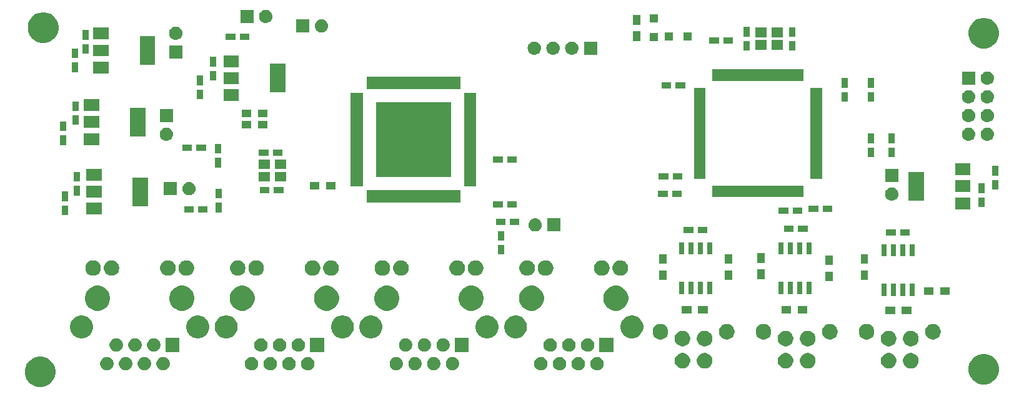
<source format=gbr>
G04 #@! TF.GenerationSoftware,KiCad,Pcbnew,(5.0.2)-1*
G04 #@! TF.CreationDate,2019-06-08T23:38:06+03:00*
G04 #@! TF.ProjectId,AVB switch with Can gateway,41564220-7377-4697-9463-682077697468,v01*
G04 #@! TF.SameCoordinates,Original*
G04 #@! TF.FileFunction,Soldermask,Top*
G04 #@! TF.FilePolarity,Negative*
%FSLAX46Y46*%
G04 Gerber Fmt 4.6, Leading zero omitted, Abs format (unit mm)*
G04 Created by KiCad (PCBNEW (5.0.2)-1) date 6/8/2019 11:38:06 PM*
%MOMM*%
%LPD*%
G01*
G04 APERTURE LIST*
%ADD10C,0.100000*%
G04 APERTURE END LIST*
D10*
G36*
X99504527Y-94047240D02*
X99504530Y-94047241D01*
X99504529Y-94047241D01*
X99883575Y-94204246D01*
X99883576Y-94204247D01*
X100224710Y-94432185D01*
X100514814Y-94722289D01*
X100514816Y-94722292D01*
X100742753Y-95063424D01*
X100800465Y-95202754D01*
X100899759Y-95442472D01*
X100979799Y-95844861D01*
X100979799Y-96255139D01*
X100899759Y-96657528D01*
X100899758Y-96657530D01*
X100742753Y-97036576D01*
X100742752Y-97036577D01*
X100514814Y-97377711D01*
X100224710Y-97667815D01*
X100224707Y-97667817D01*
X99883575Y-97895754D01*
X99590399Y-98017191D01*
X99504527Y-98052760D01*
X99102138Y-98132800D01*
X98691860Y-98132800D01*
X98289471Y-98052760D01*
X98203599Y-98017191D01*
X97910423Y-97895754D01*
X97569291Y-97667817D01*
X97569288Y-97667815D01*
X97279184Y-97377711D01*
X97051246Y-97036577D01*
X97051245Y-97036576D01*
X96894240Y-96657530D01*
X96894239Y-96657528D01*
X96814199Y-96255139D01*
X96814199Y-95844861D01*
X96894239Y-95442472D01*
X96993533Y-95202754D01*
X97051245Y-95063424D01*
X97279182Y-94722292D01*
X97279184Y-94722289D01*
X97569288Y-94432185D01*
X97910422Y-94204247D01*
X97910423Y-94204246D01*
X98289469Y-94047241D01*
X98289468Y-94047241D01*
X98289471Y-94047240D01*
X98691860Y-93967200D01*
X99102138Y-93967200D01*
X99504527Y-94047240D01*
X99504527Y-94047240D01*
G37*
G36*
X227387528Y-93687240D02*
X227387531Y-93687241D01*
X227387530Y-93687241D01*
X227766576Y-93844246D01*
X227790384Y-93860154D01*
X228107711Y-94072185D01*
X228397815Y-94362289D01*
X228397817Y-94362292D01*
X228625754Y-94703424D01*
X228686997Y-94851279D01*
X228782760Y-95082472D01*
X228862800Y-95484861D01*
X228862800Y-95895139D01*
X228782760Y-96297528D01*
X228782759Y-96297530D01*
X228625754Y-96676576D01*
X228625753Y-96676577D01*
X228397815Y-97017711D01*
X228107711Y-97307815D01*
X228107708Y-97307817D01*
X227766576Y-97535754D01*
X227473400Y-97657191D01*
X227387528Y-97692760D01*
X226985139Y-97772800D01*
X226574861Y-97772800D01*
X226172472Y-97692760D01*
X226086600Y-97657191D01*
X225793424Y-97535754D01*
X225452292Y-97307817D01*
X225452289Y-97307815D01*
X225162185Y-97017711D01*
X224934247Y-96676577D01*
X224934246Y-96676576D01*
X224777241Y-96297530D01*
X224777240Y-96297528D01*
X224697200Y-95895139D01*
X224697200Y-95484861D01*
X224777240Y-95082472D01*
X224873003Y-94851279D01*
X224934246Y-94703424D01*
X225162183Y-94362292D01*
X225162185Y-94362289D01*
X225452289Y-94072185D01*
X225769616Y-93860154D01*
X225793424Y-93844246D01*
X226172470Y-93687241D01*
X226172469Y-93687241D01*
X226172472Y-93687240D01*
X226574861Y-93607200D01*
X226985139Y-93607200D01*
X227387528Y-93687240D01*
X227387528Y-93687240D01*
G37*
G36*
X166884141Y-94047240D02*
X167017754Y-94073817D01*
X167181689Y-94141721D01*
X167329227Y-94240303D01*
X167454697Y-94365773D01*
X167553279Y-94513311D01*
X167621183Y-94677246D01*
X167655800Y-94851279D01*
X167655800Y-95028721D01*
X167621183Y-95202754D01*
X167553279Y-95366689D01*
X167454697Y-95514227D01*
X167329227Y-95639697D01*
X167181689Y-95738279D01*
X167017754Y-95806183D01*
X166887229Y-95832146D01*
X166843722Y-95840800D01*
X166666278Y-95840800D01*
X166622771Y-95832146D01*
X166492246Y-95806183D01*
X166328311Y-95738279D01*
X166180773Y-95639697D01*
X166055303Y-95514227D01*
X165956721Y-95366689D01*
X165888817Y-95202754D01*
X165854200Y-95028721D01*
X165854200Y-94851279D01*
X165888817Y-94677246D01*
X165956721Y-94513311D01*
X166055303Y-94365773D01*
X166180773Y-94240303D01*
X166328311Y-94141721D01*
X166492246Y-94073817D01*
X166625859Y-94047240D01*
X166666278Y-94039200D01*
X166843722Y-94039200D01*
X166884141Y-94047240D01*
X166884141Y-94047240D01*
G37*
G36*
X113154141Y-94047240D02*
X113287754Y-94073817D01*
X113451689Y-94141721D01*
X113599227Y-94240303D01*
X113724697Y-94365773D01*
X113823279Y-94513311D01*
X113891183Y-94677246D01*
X113925800Y-94851279D01*
X113925800Y-95028721D01*
X113891183Y-95202754D01*
X113823279Y-95366689D01*
X113724697Y-95514227D01*
X113599227Y-95639697D01*
X113451689Y-95738279D01*
X113287754Y-95806183D01*
X113157229Y-95832146D01*
X113113722Y-95840800D01*
X112936278Y-95840800D01*
X112892771Y-95832146D01*
X112762246Y-95806183D01*
X112598311Y-95738279D01*
X112450773Y-95639697D01*
X112325303Y-95514227D01*
X112226721Y-95366689D01*
X112158817Y-95202754D01*
X112124200Y-95028721D01*
X112124200Y-94851279D01*
X112158817Y-94677246D01*
X112226721Y-94513311D01*
X112325303Y-94365773D01*
X112450773Y-94240303D01*
X112598311Y-94141721D01*
X112762246Y-94073817D01*
X112895859Y-94047240D01*
X112936278Y-94039200D01*
X113113722Y-94039200D01*
X113154141Y-94047240D01*
X113154141Y-94047240D01*
G37*
G36*
X154900807Y-94047240D02*
X155034420Y-94073817D01*
X155198355Y-94141721D01*
X155345893Y-94240303D01*
X155471363Y-94365773D01*
X155569945Y-94513311D01*
X155637849Y-94677246D01*
X155672466Y-94851279D01*
X155672466Y-95028721D01*
X155637849Y-95202754D01*
X155569945Y-95366689D01*
X155471363Y-95514227D01*
X155345893Y-95639697D01*
X155198355Y-95738279D01*
X155034420Y-95806183D01*
X154903895Y-95832146D01*
X154860388Y-95840800D01*
X154682944Y-95840800D01*
X154639437Y-95832146D01*
X154508912Y-95806183D01*
X154344977Y-95738279D01*
X154197439Y-95639697D01*
X154071969Y-95514227D01*
X153973387Y-95366689D01*
X153905483Y-95202754D01*
X153870866Y-95028721D01*
X153870866Y-94851279D01*
X153905483Y-94677246D01*
X153973387Y-94513311D01*
X154071969Y-94365773D01*
X154197439Y-94240303D01*
X154344977Y-94141721D01*
X154508912Y-94073817D01*
X154642525Y-94047240D01*
X154682944Y-94039200D01*
X154860388Y-94039200D01*
X154900807Y-94047240D01*
X154900807Y-94047240D01*
G37*
G36*
X152360807Y-94047240D02*
X152494420Y-94073817D01*
X152658355Y-94141721D01*
X152805893Y-94240303D01*
X152931363Y-94365773D01*
X153029945Y-94513311D01*
X153097849Y-94677246D01*
X153132466Y-94851279D01*
X153132466Y-95028721D01*
X153097849Y-95202754D01*
X153029945Y-95366689D01*
X152931363Y-95514227D01*
X152805893Y-95639697D01*
X152658355Y-95738279D01*
X152494420Y-95806183D01*
X152363895Y-95832146D01*
X152320388Y-95840800D01*
X152142944Y-95840800D01*
X152099437Y-95832146D01*
X151968912Y-95806183D01*
X151804977Y-95738279D01*
X151657439Y-95639697D01*
X151531969Y-95514227D01*
X151433387Y-95366689D01*
X151365483Y-95202754D01*
X151330866Y-95028721D01*
X151330866Y-94851279D01*
X151365483Y-94677246D01*
X151433387Y-94513311D01*
X151531969Y-94365773D01*
X151657439Y-94240303D01*
X151804977Y-94141721D01*
X151968912Y-94073817D01*
X152102525Y-94047240D01*
X152142944Y-94039200D01*
X152320388Y-94039200D01*
X152360807Y-94047240D01*
X152360807Y-94047240D01*
G37*
G36*
X149820807Y-94047240D02*
X149954420Y-94073817D01*
X150118355Y-94141721D01*
X150265893Y-94240303D01*
X150391363Y-94365773D01*
X150489945Y-94513311D01*
X150557849Y-94677246D01*
X150592466Y-94851279D01*
X150592466Y-95028721D01*
X150557849Y-95202754D01*
X150489945Y-95366689D01*
X150391363Y-95514227D01*
X150265893Y-95639697D01*
X150118355Y-95738279D01*
X149954420Y-95806183D01*
X149823895Y-95832146D01*
X149780388Y-95840800D01*
X149602944Y-95840800D01*
X149559437Y-95832146D01*
X149428912Y-95806183D01*
X149264977Y-95738279D01*
X149117439Y-95639697D01*
X148991969Y-95514227D01*
X148893387Y-95366689D01*
X148825483Y-95202754D01*
X148790866Y-95028721D01*
X148790866Y-94851279D01*
X148825483Y-94677246D01*
X148893387Y-94513311D01*
X148991969Y-94365773D01*
X149117439Y-94240303D01*
X149264977Y-94141721D01*
X149428912Y-94073817D01*
X149562525Y-94047240D01*
X149602944Y-94039200D01*
X149780388Y-94039200D01*
X149820807Y-94047240D01*
X149820807Y-94047240D01*
G37*
G36*
X127677474Y-94047240D02*
X127811087Y-94073817D01*
X127975022Y-94141721D01*
X128122560Y-94240303D01*
X128248030Y-94365773D01*
X128346612Y-94513311D01*
X128414516Y-94677246D01*
X128449133Y-94851279D01*
X128449133Y-95028721D01*
X128414516Y-95202754D01*
X128346612Y-95366689D01*
X128248030Y-95514227D01*
X128122560Y-95639697D01*
X127975022Y-95738279D01*
X127811087Y-95806183D01*
X127680562Y-95832146D01*
X127637055Y-95840800D01*
X127459611Y-95840800D01*
X127416104Y-95832146D01*
X127285579Y-95806183D01*
X127121644Y-95738279D01*
X126974106Y-95639697D01*
X126848636Y-95514227D01*
X126750054Y-95366689D01*
X126682150Y-95202754D01*
X126647533Y-95028721D01*
X126647533Y-94851279D01*
X126682150Y-94677246D01*
X126750054Y-94513311D01*
X126848636Y-94365773D01*
X126974106Y-94240303D01*
X127121644Y-94141721D01*
X127285579Y-94073817D01*
X127419192Y-94047240D01*
X127459611Y-94039200D01*
X127637055Y-94039200D01*
X127677474Y-94047240D01*
X127677474Y-94047240D01*
G37*
G36*
X130217474Y-94047240D02*
X130351087Y-94073817D01*
X130515022Y-94141721D01*
X130662560Y-94240303D01*
X130788030Y-94365773D01*
X130886612Y-94513311D01*
X130954516Y-94677246D01*
X130989133Y-94851279D01*
X130989133Y-95028721D01*
X130954516Y-95202754D01*
X130886612Y-95366689D01*
X130788030Y-95514227D01*
X130662560Y-95639697D01*
X130515022Y-95738279D01*
X130351087Y-95806183D01*
X130220562Y-95832146D01*
X130177055Y-95840800D01*
X129999611Y-95840800D01*
X129956104Y-95832146D01*
X129825579Y-95806183D01*
X129661644Y-95738279D01*
X129514106Y-95639697D01*
X129388636Y-95514227D01*
X129290054Y-95366689D01*
X129222150Y-95202754D01*
X129187533Y-95028721D01*
X129187533Y-94851279D01*
X129222150Y-94677246D01*
X129290054Y-94513311D01*
X129388636Y-94365773D01*
X129514106Y-94240303D01*
X129661644Y-94141721D01*
X129825579Y-94073817D01*
X129959192Y-94047240D01*
X129999611Y-94039200D01*
X130177055Y-94039200D01*
X130217474Y-94047240D01*
X130217474Y-94047240D01*
G37*
G36*
X132757474Y-94047240D02*
X132891087Y-94073817D01*
X133055022Y-94141721D01*
X133202560Y-94240303D01*
X133328030Y-94365773D01*
X133426612Y-94513311D01*
X133494516Y-94677246D01*
X133529133Y-94851279D01*
X133529133Y-95028721D01*
X133494516Y-95202754D01*
X133426612Y-95366689D01*
X133328030Y-95514227D01*
X133202560Y-95639697D01*
X133055022Y-95738279D01*
X132891087Y-95806183D01*
X132760562Y-95832146D01*
X132717055Y-95840800D01*
X132539611Y-95840800D01*
X132496104Y-95832146D01*
X132365579Y-95806183D01*
X132201644Y-95738279D01*
X132054106Y-95639697D01*
X131928636Y-95514227D01*
X131830054Y-95366689D01*
X131762150Y-95202754D01*
X131727533Y-95028721D01*
X131727533Y-94851279D01*
X131762150Y-94677246D01*
X131830054Y-94513311D01*
X131928636Y-94365773D01*
X132054106Y-94240303D01*
X132201644Y-94141721D01*
X132365579Y-94073817D01*
X132499192Y-94047240D01*
X132539611Y-94039200D01*
X132717055Y-94039200D01*
X132757474Y-94047240D01*
X132757474Y-94047240D01*
G37*
G36*
X135297474Y-94047240D02*
X135431087Y-94073817D01*
X135595022Y-94141721D01*
X135742560Y-94240303D01*
X135868030Y-94365773D01*
X135966612Y-94513311D01*
X136034516Y-94677246D01*
X136069133Y-94851279D01*
X136069133Y-95028721D01*
X136034516Y-95202754D01*
X135966612Y-95366689D01*
X135868030Y-95514227D01*
X135742560Y-95639697D01*
X135595022Y-95738279D01*
X135431087Y-95806183D01*
X135300562Y-95832146D01*
X135257055Y-95840800D01*
X135079611Y-95840800D01*
X135036104Y-95832146D01*
X134905579Y-95806183D01*
X134741644Y-95738279D01*
X134594106Y-95639697D01*
X134468636Y-95514227D01*
X134370054Y-95366689D01*
X134302150Y-95202754D01*
X134267533Y-95028721D01*
X134267533Y-94851279D01*
X134302150Y-94677246D01*
X134370054Y-94513311D01*
X134468636Y-94365773D01*
X134594106Y-94240303D01*
X134741644Y-94141721D01*
X134905579Y-94073817D01*
X135039192Y-94047240D01*
X135079611Y-94039200D01*
X135257055Y-94039200D01*
X135297474Y-94047240D01*
X135297474Y-94047240D01*
G37*
G36*
X110614141Y-94047240D02*
X110747754Y-94073817D01*
X110911689Y-94141721D01*
X111059227Y-94240303D01*
X111184697Y-94365773D01*
X111283279Y-94513311D01*
X111351183Y-94677246D01*
X111385800Y-94851279D01*
X111385800Y-95028721D01*
X111351183Y-95202754D01*
X111283279Y-95366689D01*
X111184697Y-95514227D01*
X111059227Y-95639697D01*
X110911689Y-95738279D01*
X110747754Y-95806183D01*
X110617229Y-95832146D01*
X110573722Y-95840800D01*
X110396278Y-95840800D01*
X110352771Y-95832146D01*
X110222246Y-95806183D01*
X110058311Y-95738279D01*
X109910773Y-95639697D01*
X109785303Y-95514227D01*
X109686721Y-95366689D01*
X109618817Y-95202754D01*
X109584200Y-95028721D01*
X109584200Y-94851279D01*
X109618817Y-94677246D01*
X109686721Y-94513311D01*
X109785303Y-94365773D01*
X109910773Y-94240303D01*
X110058311Y-94141721D01*
X110222246Y-94073817D01*
X110355859Y-94047240D01*
X110396278Y-94039200D01*
X110573722Y-94039200D01*
X110614141Y-94047240D01*
X110614141Y-94047240D01*
G37*
G36*
X115694141Y-94047240D02*
X115827754Y-94073817D01*
X115991689Y-94141721D01*
X116139227Y-94240303D01*
X116264697Y-94365773D01*
X116363279Y-94513311D01*
X116431183Y-94677246D01*
X116465800Y-94851279D01*
X116465800Y-95028721D01*
X116431183Y-95202754D01*
X116363279Y-95366689D01*
X116264697Y-95514227D01*
X116139227Y-95639697D01*
X115991689Y-95738279D01*
X115827754Y-95806183D01*
X115697229Y-95832146D01*
X115653722Y-95840800D01*
X115476278Y-95840800D01*
X115432771Y-95832146D01*
X115302246Y-95806183D01*
X115138311Y-95738279D01*
X114990773Y-95639697D01*
X114865303Y-95514227D01*
X114766721Y-95366689D01*
X114698817Y-95202754D01*
X114664200Y-95028721D01*
X114664200Y-94851279D01*
X114698817Y-94677246D01*
X114766721Y-94513311D01*
X114865303Y-94365773D01*
X114990773Y-94240303D01*
X115138311Y-94141721D01*
X115302246Y-94073817D01*
X115435859Y-94047240D01*
X115476278Y-94039200D01*
X115653722Y-94039200D01*
X115694141Y-94047240D01*
X115694141Y-94047240D01*
G37*
G36*
X147280807Y-94047240D02*
X147414420Y-94073817D01*
X147578355Y-94141721D01*
X147725893Y-94240303D01*
X147851363Y-94365773D01*
X147949945Y-94513311D01*
X148017849Y-94677246D01*
X148052466Y-94851279D01*
X148052466Y-95028721D01*
X148017849Y-95202754D01*
X147949945Y-95366689D01*
X147851363Y-95514227D01*
X147725893Y-95639697D01*
X147578355Y-95738279D01*
X147414420Y-95806183D01*
X147283895Y-95832146D01*
X147240388Y-95840800D01*
X147062944Y-95840800D01*
X147019437Y-95832146D01*
X146888912Y-95806183D01*
X146724977Y-95738279D01*
X146577439Y-95639697D01*
X146451969Y-95514227D01*
X146353387Y-95366689D01*
X146285483Y-95202754D01*
X146250866Y-95028721D01*
X146250866Y-94851279D01*
X146285483Y-94677246D01*
X146353387Y-94513311D01*
X146451969Y-94365773D01*
X146577439Y-94240303D01*
X146724977Y-94141721D01*
X146888912Y-94073817D01*
X147022525Y-94047240D01*
X147062944Y-94039200D01*
X147240388Y-94039200D01*
X147280807Y-94047240D01*
X147280807Y-94047240D01*
G37*
G36*
X174504141Y-94047240D02*
X174637754Y-94073817D01*
X174801689Y-94141721D01*
X174949227Y-94240303D01*
X175074697Y-94365773D01*
X175173279Y-94513311D01*
X175241183Y-94677246D01*
X175275800Y-94851279D01*
X175275800Y-95028721D01*
X175241183Y-95202754D01*
X175173279Y-95366689D01*
X175074697Y-95514227D01*
X174949227Y-95639697D01*
X174801689Y-95738279D01*
X174637754Y-95806183D01*
X174507229Y-95832146D01*
X174463722Y-95840800D01*
X174286278Y-95840800D01*
X174242771Y-95832146D01*
X174112246Y-95806183D01*
X173948311Y-95738279D01*
X173800773Y-95639697D01*
X173675303Y-95514227D01*
X173576721Y-95366689D01*
X173508817Y-95202754D01*
X173474200Y-95028721D01*
X173474200Y-94851279D01*
X173508817Y-94677246D01*
X173576721Y-94513311D01*
X173675303Y-94365773D01*
X173800773Y-94240303D01*
X173948311Y-94141721D01*
X174112246Y-94073817D01*
X174245859Y-94047240D01*
X174286278Y-94039200D01*
X174463722Y-94039200D01*
X174504141Y-94047240D01*
X174504141Y-94047240D01*
G37*
G36*
X171964141Y-94047240D02*
X172097754Y-94073817D01*
X172261689Y-94141721D01*
X172409227Y-94240303D01*
X172534697Y-94365773D01*
X172633279Y-94513311D01*
X172701183Y-94677246D01*
X172735800Y-94851279D01*
X172735800Y-95028721D01*
X172701183Y-95202754D01*
X172633279Y-95366689D01*
X172534697Y-95514227D01*
X172409227Y-95639697D01*
X172261689Y-95738279D01*
X172097754Y-95806183D01*
X171967229Y-95832146D01*
X171923722Y-95840800D01*
X171746278Y-95840800D01*
X171702771Y-95832146D01*
X171572246Y-95806183D01*
X171408311Y-95738279D01*
X171260773Y-95639697D01*
X171135303Y-95514227D01*
X171036721Y-95366689D01*
X170968817Y-95202754D01*
X170934200Y-95028721D01*
X170934200Y-94851279D01*
X170968817Y-94677246D01*
X171036721Y-94513311D01*
X171135303Y-94365773D01*
X171260773Y-94240303D01*
X171408311Y-94141721D01*
X171572246Y-94073817D01*
X171705859Y-94047240D01*
X171746278Y-94039200D01*
X171923722Y-94039200D01*
X171964141Y-94047240D01*
X171964141Y-94047240D01*
G37*
G36*
X169424141Y-94047240D02*
X169557754Y-94073817D01*
X169721689Y-94141721D01*
X169869227Y-94240303D01*
X169994697Y-94365773D01*
X170093279Y-94513311D01*
X170161183Y-94677246D01*
X170195800Y-94851279D01*
X170195800Y-95028721D01*
X170161183Y-95202754D01*
X170093279Y-95366689D01*
X169994697Y-95514227D01*
X169869227Y-95639697D01*
X169721689Y-95738279D01*
X169557754Y-95806183D01*
X169427229Y-95832146D01*
X169383722Y-95840800D01*
X169206278Y-95840800D01*
X169162771Y-95832146D01*
X169032246Y-95806183D01*
X168868311Y-95738279D01*
X168720773Y-95639697D01*
X168595303Y-95514227D01*
X168496721Y-95366689D01*
X168428817Y-95202754D01*
X168394200Y-95028721D01*
X168394200Y-94851279D01*
X168428817Y-94677246D01*
X168496721Y-94513311D01*
X168595303Y-94365773D01*
X168720773Y-94240303D01*
X168868311Y-94141721D01*
X169032246Y-94073817D01*
X169165859Y-94047240D01*
X169206278Y-94039200D01*
X169383722Y-94039200D01*
X169424141Y-94047240D01*
X169424141Y-94047240D01*
G37*
G36*
X108074141Y-94047240D02*
X108207754Y-94073817D01*
X108371689Y-94141721D01*
X108519227Y-94240303D01*
X108644697Y-94365773D01*
X108743279Y-94513311D01*
X108811183Y-94677246D01*
X108845800Y-94851279D01*
X108845800Y-95028721D01*
X108811183Y-95202754D01*
X108743279Y-95366689D01*
X108644697Y-95514227D01*
X108519227Y-95639697D01*
X108371689Y-95738279D01*
X108207754Y-95806183D01*
X108077229Y-95832146D01*
X108033722Y-95840800D01*
X107856278Y-95840800D01*
X107812771Y-95832146D01*
X107682246Y-95806183D01*
X107518311Y-95738279D01*
X107370773Y-95639697D01*
X107245303Y-95514227D01*
X107146721Y-95366689D01*
X107078817Y-95202754D01*
X107044200Y-95028721D01*
X107044200Y-94851279D01*
X107078817Y-94677246D01*
X107146721Y-94513311D01*
X107245303Y-94365773D01*
X107370773Y-94240303D01*
X107518311Y-94141721D01*
X107682246Y-94073817D01*
X107815859Y-94047240D01*
X107856278Y-94039200D01*
X108033722Y-94039200D01*
X108074141Y-94047240D01*
X108074141Y-94047240D01*
G37*
G36*
X200228507Y-93519582D02*
X200419740Y-93598793D01*
X200552110Y-93687240D01*
X200591849Y-93713793D01*
X200738207Y-93860151D01*
X200738209Y-93860154D01*
X200853207Y-94032260D01*
X200932418Y-94223493D01*
X200972800Y-94426505D01*
X200972800Y-94633495D01*
X200932418Y-94836507D01*
X200853207Y-95027740D01*
X200816637Y-95082470D01*
X200738207Y-95199849D01*
X200591849Y-95346207D01*
X200591846Y-95346209D01*
X200419740Y-95461207D01*
X200228507Y-95540418D01*
X200025495Y-95580800D01*
X199818505Y-95580800D01*
X199615493Y-95540418D01*
X199424260Y-95461207D01*
X199252154Y-95346209D01*
X199252151Y-95346207D01*
X199105793Y-95199849D01*
X199027363Y-95082470D01*
X198990793Y-95027740D01*
X198911582Y-94836507D01*
X198871200Y-94633495D01*
X198871200Y-94426505D01*
X198911582Y-94223493D01*
X198990793Y-94032260D01*
X199105791Y-93860154D01*
X199105793Y-93860151D01*
X199252151Y-93713793D01*
X199291890Y-93687240D01*
X199424260Y-93598793D01*
X199615493Y-93519582D01*
X199818505Y-93479200D01*
X200025495Y-93479200D01*
X200228507Y-93519582D01*
X200228507Y-93519582D01*
G37*
G36*
X189258507Y-93519582D02*
X189449740Y-93598793D01*
X189582110Y-93687240D01*
X189621849Y-93713793D01*
X189768207Y-93860151D01*
X189768209Y-93860154D01*
X189883207Y-94032260D01*
X189962418Y-94223493D01*
X190002800Y-94426505D01*
X190002800Y-94633495D01*
X189962418Y-94836507D01*
X189883207Y-95027740D01*
X189846637Y-95082470D01*
X189768207Y-95199849D01*
X189621849Y-95346207D01*
X189621846Y-95346209D01*
X189449740Y-95461207D01*
X189258507Y-95540418D01*
X189055495Y-95580800D01*
X188848505Y-95580800D01*
X188645493Y-95540418D01*
X188454260Y-95461207D01*
X188282154Y-95346209D01*
X188282151Y-95346207D01*
X188135793Y-95199849D01*
X188057363Y-95082470D01*
X188020793Y-95027740D01*
X187941582Y-94836507D01*
X187901200Y-94633495D01*
X187901200Y-94426505D01*
X187941582Y-94223493D01*
X188020793Y-94032260D01*
X188135791Y-93860154D01*
X188135793Y-93860151D01*
X188282151Y-93713793D01*
X188321890Y-93687240D01*
X188454260Y-93598793D01*
X188645493Y-93519582D01*
X188848505Y-93479200D01*
X189055495Y-93479200D01*
X189258507Y-93519582D01*
X189258507Y-93519582D01*
G37*
G36*
X203228507Y-93519582D02*
X203419740Y-93598793D01*
X203552110Y-93687240D01*
X203591849Y-93713793D01*
X203738207Y-93860151D01*
X203738209Y-93860154D01*
X203853207Y-94032260D01*
X203932418Y-94223493D01*
X203972800Y-94426505D01*
X203972800Y-94633495D01*
X203932418Y-94836507D01*
X203853207Y-95027740D01*
X203816637Y-95082470D01*
X203738207Y-95199849D01*
X203591849Y-95346207D01*
X203591846Y-95346209D01*
X203419740Y-95461207D01*
X203228507Y-95540418D01*
X203025495Y-95580800D01*
X202818505Y-95580800D01*
X202615493Y-95540418D01*
X202424260Y-95461207D01*
X202252154Y-95346209D01*
X202252151Y-95346207D01*
X202105793Y-95199849D01*
X202027363Y-95082470D01*
X201990793Y-95027740D01*
X201911582Y-94836507D01*
X201871200Y-94633495D01*
X201871200Y-94426505D01*
X201911582Y-94223493D01*
X201990793Y-94032260D01*
X202105791Y-93860154D01*
X202105793Y-93860151D01*
X202252151Y-93713793D01*
X202291890Y-93687240D01*
X202424260Y-93598793D01*
X202615493Y-93519582D01*
X202818505Y-93479200D01*
X203025495Y-93479200D01*
X203228507Y-93519582D01*
X203228507Y-93519582D01*
G37*
G36*
X214198507Y-93519582D02*
X214389740Y-93598793D01*
X214522110Y-93687240D01*
X214561849Y-93713793D01*
X214708207Y-93860151D01*
X214708209Y-93860154D01*
X214823207Y-94032260D01*
X214902418Y-94223493D01*
X214942800Y-94426505D01*
X214942800Y-94633495D01*
X214902418Y-94836507D01*
X214823207Y-95027740D01*
X214786637Y-95082470D01*
X214708207Y-95199849D01*
X214561849Y-95346207D01*
X214561846Y-95346209D01*
X214389740Y-95461207D01*
X214198507Y-95540418D01*
X213995495Y-95580800D01*
X213788505Y-95580800D01*
X213585493Y-95540418D01*
X213394260Y-95461207D01*
X213222154Y-95346209D01*
X213222151Y-95346207D01*
X213075793Y-95199849D01*
X212997363Y-95082470D01*
X212960793Y-95027740D01*
X212881582Y-94836507D01*
X212841200Y-94633495D01*
X212841200Y-94426505D01*
X212881582Y-94223493D01*
X212960793Y-94032260D01*
X213075791Y-93860154D01*
X213075793Y-93860151D01*
X213222151Y-93713793D01*
X213261890Y-93687240D01*
X213394260Y-93598793D01*
X213585493Y-93519582D01*
X213788505Y-93479200D01*
X213995495Y-93479200D01*
X214198507Y-93519582D01*
X214198507Y-93519582D01*
G37*
G36*
X217198507Y-93519582D02*
X217389740Y-93598793D01*
X217522110Y-93687240D01*
X217561849Y-93713793D01*
X217708207Y-93860151D01*
X217708209Y-93860154D01*
X217823207Y-94032260D01*
X217902418Y-94223493D01*
X217942800Y-94426505D01*
X217942800Y-94633495D01*
X217902418Y-94836507D01*
X217823207Y-95027740D01*
X217786637Y-95082470D01*
X217708207Y-95199849D01*
X217561849Y-95346207D01*
X217561846Y-95346209D01*
X217389740Y-95461207D01*
X217198507Y-95540418D01*
X216995495Y-95580800D01*
X216788505Y-95580800D01*
X216585493Y-95540418D01*
X216394260Y-95461207D01*
X216222154Y-95346209D01*
X216222151Y-95346207D01*
X216075793Y-95199849D01*
X215997363Y-95082470D01*
X215960793Y-95027740D01*
X215881582Y-94836507D01*
X215841200Y-94633495D01*
X215841200Y-94426505D01*
X215881582Y-94223493D01*
X215960793Y-94032260D01*
X216075791Y-93860154D01*
X216075793Y-93860151D01*
X216222151Y-93713793D01*
X216261890Y-93687240D01*
X216394260Y-93598793D01*
X216585493Y-93519582D01*
X216788505Y-93479200D01*
X216995495Y-93479200D01*
X217198507Y-93519582D01*
X217198507Y-93519582D01*
G37*
G36*
X186258507Y-93519582D02*
X186449740Y-93598793D01*
X186582110Y-93687240D01*
X186621849Y-93713793D01*
X186768207Y-93860151D01*
X186768209Y-93860154D01*
X186883207Y-94032260D01*
X186962418Y-94223493D01*
X187002800Y-94426505D01*
X187002800Y-94633495D01*
X186962418Y-94836507D01*
X186883207Y-95027740D01*
X186846637Y-95082470D01*
X186768207Y-95199849D01*
X186621849Y-95346207D01*
X186621846Y-95346209D01*
X186449740Y-95461207D01*
X186258507Y-95540418D01*
X186055495Y-95580800D01*
X185848505Y-95580800D01*
X185645493Y-95540418D01*
X185454260Y-95461207D01*
X185282154Y-95346209D01*
X185282151Y-95346207D01*
X185135793Y-95199849D01*
X185057363Y-95082470D01*
X185020793Y-95027740D01*
X184941582Y-94836507D01*
X184901200Y-94633495D01*
X184901200Y-94426505D01*
X184941582Y-94223493D01*
X185020793Y-94032260D01*
X185135791Y-93860154D01*
X185135793Y-93860151D01*
X185282151Y-93713793D01*
X185321890Y-93687240D01*
X185454260Y-93598793D01*
X185645493Y-93519582D01*
X185848505Y-93479200D01*
X186055495Y-93479200D01*
X186258507Y-93519582D01*
X186258507Y-93519582D01*
G37*
G36*
X176595800Y-93350800D02*
X174694200Y-93350800D01*
X174694200Y-91449200D01*
X176595800Y-91449200D01*
X176595800Y-93350800D01*
X176595800Y-93350800D01*
G37*
G36*
X137389133Y-93350800D02*
X135487533Y-93350800D01*
X135487533Y-91449200D01*
X137389133Y-91449200D01*
X137389133Y-93350800D01*
X137389133Y-93350800D01*
G37*
G36*
X117785800Y-93350800D02*
X115884200Y-93350800D01*
X115884200Y-91449200D01*
X117785800Y-91449200D01*
X117785800Y-93350800D01*
X117785800Y-93350800D01*
G37*
G36*
X156992466Y-93350800D02*
X155090866Y-93350800D01*
X155090866Y-91449200D01*
X156992466Y-91449200D01*
X156992466Y-93350800D01*
X156992466Y-93350800D01*
G37*
G36*
X153633895Y-91507854D02*
X153764420Y-91533817D01*
X153928355Y-91601721D01*
X154075893Y-91700303D01*
X154201363Y-91825773D01*
X154299945Y-91973311D01*
X154367849Y-92137246D01*
X154402466Y-92311279D01*
X154402466Y-92488721D01*
X154367849Y-92662754D01*
X154299945Y-92826689D01*
X154201363Y-92974227D01*
X154075893Y-93099697D01*
X153928355Y-93198279D01*
X153764420Y-93266183D01*
X153633895Y-93292146D01*
X153590388Y-93300800D01*
X153412944Y-93300800D01*
X153369437Y-93292146D01*
X153238912Y-93266183D01*
X153074977Y-93198279D01*
X152927439Y-93099697D01*
X152801969Y-92974227D01*
X152703387Y-92826689D01*
X152635483Y-92662754D01*
X152600866Y-92488721D01*
X152600866Y-92311279D01*
X152635483Y-92137246D01*
X152703387Y-91973311D01*
X152801969Y-91825773D01*
X152927439Y-91700303D01*
X153074977Y-91601721D01*
X153238912Y-91533817D01*
X153369437Y-91507854D01*
X153412944Y-91499200D01*
X153590388Y-91499200D01*
X153633895Y-91507854D01*
X153633895Y-91507854D01*
G37*
G36*
X111887229Y-91507854D02*
X112017754Y-91533817D01*
X112181689Y-91601721D01*
X112329227Y-91700303D01*
X112454697Y-91825773D01*
X112553279Y-91973311D01*
X112621183Y-92137246D01*
X112655800Y-92311279D01*
X112655800Y-92488721D01*
X112621183Y-92662754D01*
X112553279Y-92826689D01*
X112454697Y-92974227D01*
X112329227Y-93099697D01*
X112181689Y-93198279D01*
X112017754Y-93266183D01*
X111887229Y-93292146D01*
X111843722Y-93300800D01*
X111666278Y-93300800D01*
X111622771Y-93292146D01*
X111492246Y-93266183D01*
X111328311Y-93198279D01*
X111180773Y-93099697D01*
X111055303Y-92974227D01*
X110956721Y-92826689D01*
X110888817Y-92662754D01*
X110854200Y-92488721D01*
X110854200Y-92311279D01*
X110888817Y-92137246D01*
X110956721Y-91973311D01*
X111055303Y-91825773D01*
X111180773Y-91700303D01*
X111328311Y-91601721D01*
X111492246Y-91533817D01*
X111622771Y-91507854D01*
X111666278Y-91499200D01*
X111843722Y-91499200D01*
X111887229Y-91507854D01*
X111887229Y-91507854D01*
G37*
G36*
X114427229Y-91507854D02*
X114557754Y-91533817D01*
X114721689Y-91601721D01*
X114869227Y-91700303D01*
X114994697Y-91825773D01*
X115093279Y-91973311D01*
X115161183Y-92137246D01*
X115195800Y-92311279D01*
X115195800Y-92488721D01*
X115161183Y-92662754D01*
X115093279Y-92826689D01*
X114994697Y-92974227D01*
X114869227Y-93099697D01*
X114721689Y-93198279D01*
X114557754Y-93266183D01*
X114427229Y-93292146D01*
X114383722Y-93300800D01*
X114206278Y-93300800D01*
X114162771Y-93292146D01*
X114032246Y-93266183D01*
X113868311Y-93198279D01*
X113720773Y-93099697D01*
X113595303Y-92974227D01*
X113496721Y-92826689D01*
X113428817Y-92662754D01*
X113394200Y-92488721D01*
X113394200Y-92311279D01*
X113428817Y-92137246D01*
X113496721Y-91973311D01*
X113595303Y-91825773D01*
X113720773Y-91700303D01*
X113868311Y-91601721D01*
X114032246Y-91533817D01*
X114162771Y-91507854D01*
X114206278Y-91499200D01*
X114383722Y-91499200D01*
X114427229Y-91507854D01*
X114427229Y-91507854D01*
G37*
G36*
X128950562Y-91507854D02*
X129081087Y-91533817D01*
X129245022Y-91601721D01*
X129392560Y-91700303D01*
X129518030Y-91825773D01*
X129616612Y-91973311D01*
X129684516Y-92137246D01*
X129719133Y-92311279D01*
X129719133Y-92488721D01*
X129684516Y-92662754D01*
X129616612Y-92826689D01*
X129518030Y-92974227D01*
X129392560Y-93099697D01*
X129245022Y-93198279D01*
X129081087Y-93266183D01*
X128950562Y-93292146D01*
X128907055Y-93300800D01*
X128729611Y-93300800D01*
X128686104Y-93292146D01*
X128555579Y-93266183D01*
X128391644Y-93198279D01*
X128244106Y-93099697D01*
X128118636Y-92974227D01*
X128020054Y-92826689D01*
X127952150Y-92662754D01*
X127917533Y-92488721D01*
X127917533Y-92311279D01*
X127952150Y-92137246D01*
X128020054Y-91973311D01*
X128118636Y-91825773D01*
X128244106Y-91700303D01*
X128391644Y-91601721D01*
X128555579Y-91533817D01*
X128686104Y-91507854D01*
X128729611Y-91499200D01*
X128907055Y-91499200D01*
X128950562Y-91507854D01*
X128950562Y-91507854D01*
G37*
G36*
X109347229Y-91507854D02*
X109477754Y-91533817D01*
X109641689Y-91601721D01*
X109789227Y-91700303D01*
X109914697Y-91825773D01*
X110013279Y-91973311D01*
X110081183Y-92137246D01*
X110115800Y-92311279D01*
X110115800Y-92488721D01*
X110081183Y-92662754D01*
X110013279Y-92826689D01*
X109914697Y-92974227D01*
X109789227Y-93099697D01*
X109641689Y-93198279D01*
X109477754Y-93266183D01*
X109347229Y-93292146D01*
X109303722Y-93300800D01*
X109126278Y-93300800D01*
X109082771Y-93292146D01*
X108952246Y-93266183D01*
X108788311Y-93198279D01*
X108640773Y-93099697D01*
X108515303Y-92974227D01*
X108416721Y-92826689D01*
X108348817Y-92662754D01*
X108314200Y-92488721D01*
X108314200Y-92311279D01*
X108348817Y-92137246D01*
X108416721Y-91973311D01*
X108515303Y-91825773D01*
X108640773Y-91700303D01*
X108788311Y-91601721D01*
X108952246Y-91533817D01*
X109082771Y-91507854D01*
X109126278Y-91499200D01*
X109303722Y-91499200D01*
X109347229Y-91507854D01*
X109347229Y-91507854D01*
G37*
G36*
X131490562Y-91507854D02*
X131621087Y-91533817D01*
X131785022Y-91601721D01*
X131932560Y-91700303D01*
X132058030Y-91825773D01*
X132156612Y-91973311D01*
X132224516Y-92137246D01*
X132259133Y-92311279D01*
X132259133Y-92488721D01*
X132224516Y-92662754D01*
X132156612Y-92826689D01*
X132058030Y-92974227D01*
X131932560Y-93099697D01*
X131785022Y-93198279D01*
X131621087Y-93266183D01*
X131490562Y-93292146D01*
X131447055Y-93300800D01*
X131269611Y-93300800D01*
X131226104Y-93292146D01*
X131095579Y-93266183D01*
X130931644Y-93198279D01*
X130784106Y-93099697D01*
X130658636Y-92974227D01*
X130560054Y-92826689D01*
X130492150Y-92662754D01*
X130457533Y-92488721D01*
X130457533Y-92311279D01*
X130492150Y-92137246D01*
X130560054Y-91973311D01*
X130658636Y-91825773D01*
X130784106Y-91700303D01*
X130931644Y-91601721D01*
X131095579Y-91533817D01*
X131226104Y-91507854D01*
X131269611Y-91499200D01*
X131447055Y-91499200D01*
X131490562Y-91507854D01*
X131490562Y-91507854D01*
G37*
G36*
X134030562Y-91507854D02*
X134161087Y-91533817D01*
X134325022Y-91601721D01*
X134472560Y-91700303D01*
X134598030Y-91825773D01*
X134696612Y-91973311D01*
X134764516Y-92137246D01*
X134799133Y-92311279D01*
X134799133Y-92488721D01*
X134764516Y-92662754D01*
X134696612Y-92826689D01*
X134598030Y-92974227D01*
X134472560Y-93099697D01*
X134325022Y-93198279D01*
X134161087Y-93266183D01*
X134030562Y-93292146D01*
X133987055Y-93300800D01*
X133809611Y-93300800D01*
X133766104Y-93292146D01*
X133635579Y-93266183D01*
X133471644Y-93198279D01*
X133324106Y-93099697D01*
X133198636Y-92974227D01*
X133100054Y-92826689D01*
X133032150Y-92662754D01*
X132997533Y-92488721D01*
X132997533Y-92311279D01*
X133032150Y-92137246D01*
X133100054Y-91973311D01*
X133198636Y-91825773D01*
X133324106Y-91700303D01*
X133471644Y-91601721D01*
X133635579Y-91533817D01*
X133766104Y-91507854D01*
X133809611Y-91499200D01*
X133987055Y-91499200D01*
X134030562Y-91507854D01*
X134030562Y-91507854D01*
G37*
G36*
X148553895Y-91507854D02*
X148684420Y-91533817D01*
X148848355Y-91601721D01*
X148995893Y-91700303D01*
X149121363Y-91825773D01*
X149219945Y-91973311D01*
X149287849Y-92137246D01*
X149322466Y-92311279D01*
X149322466Y-92488721D01*
X149287849Y-92662754D01*
X149219945Y-92826689D01*
X149121363Y-92974227D01*
X148995893Y-93099697D01*
X148848355Y-93198279D01*
X148684420Y-93266183D01*
X148553895Y-93292146D01*
X148510388Y-93300800D01*
X148332944Y-93300800D01*
X148289437Y-93292146D01*
X148158912Y-93266183D01*
X147994977Y-93198279D01*
X147847439Y-93099697D01*
X147721969Y-92974227D01*
X147623387Y-92826689D01*
X147555483Y-92662754D01*
X147520866Y-92488721D01*
X147520866Y-92311279D01*
X147555483Y-92137246D01*
X147623387Y-91973311D01*
X147721969Y-91825773D01*
X147847439Y-91700303D01*
X147994977Y-91601721D01*
X148158912Y-91533817D01*
X148289437Y-91507854D01*
X148332944Y-91499200D01*
X148510388Y-91499200D01*
X148553895Y-91507854D01*
X148553895Y-91507854D01*
G37*
G36*
X151093895Y-91507854D02*
X151224420Y-91533817D01*
X151388355Y-91601721D01*
X151535893Y-91700303D01*
X151661363Y-91825773D01*
X151759945Y-91973311D01*
X151827849Y-92137246D01*
X151862466Y-92311279D01*
X151862466Y-92488721D01*
X151827849Y-92662754D01*
X151759945Y-92826689D01*
X151661363Y-92974227D01*
X151535893Y-93099697D01*
X151388355Y-93198279D01*
X151224420Y-93266183D01*
X151093895Y-93292146D01*
X151050388Y-93300800D01*
X150872944Y-93300800D01*
X150829437Y-93292146D01*
X150698912Y-93266183D01*
X150534977Y-93198279D01*
X150387439Y-93099697D01*
X150261969Y-92974227D01*
X150163387Y-92826689D01*
X150095483Y-92662754D01*
X150060866Y-92488721D01*
X150060866Y-92311279D01*
X150095483Y-92137246D01*
X150163387Y-91973311D01*
X150261969Y-91825773D01*
X150387439Y-91700303D01*
X150534977Y-91601721D01*
X150698912Y-91533817D01*
X150829437Y-91507854D01*
X150872944Y-91499200D01*
X151050388Y-91499200D01*
X151093895Y-91507854D01*
X151093895Y-91507854D01*
G37*
G36*
X168157229Y-91507854D02*
X168287754Y-91533817D01*
X168451689Y-91601721D01*
X168599227Y-91700303D01*
X168724697Y-91825773D01*
X168823279Y-91973311D01*
X168891183Y-92137246D01*
X168925800Y-92311279D01*
X168925800Y-92488721D01*
X168891183Y-92662754D01*
X168823279Y-92826689D01*
X168724697Y-92974227D01*
X168599227Y-93099697D01*
X168451689Y-93198279D01*
X168287754Y-93266183D01*
X168157229Y-93292146D01*
X168113722Y-93300800D01*
X167936278Y-93300800D01*
X167892771Y-93292146D01*
X167762246Y-93266183D01*
X167598311Y-93198279D01*
X167450773Y-93099697D01*
X167325303Y-92974227D01*
X167226721Y-92826689D01*
X167158817Y-92662754D01*
X167124200Y-92488721D01*
X167124200Y-92311279D01*
X167158817Y-92137246D01*
X167226721Y-91973311D01*
X167325303Y-91825773D01*
X167450773Y-91700303D01*
X167598311Y-91601721D01*
X167762246Y-91533817D01*
X167892771Y-91507854D01*
X167936278Y-91499200D01*
X168113722Y-91499200D01*
X168157229Y-91507854D01*
X168157229Y-91507854D01*
G37*
G36*
X170697229Y-91507854D02*
X170827754Y-91533817D01*
X170991689Y-91601721D01*
X171139227Y-91700303D01*
X171264697Y-91825773D01*
X171363279Y-91973311D01*
X171431183Y-92137246D01*
X171465800Y-92311279D01*
X171465800Y-92488721D01*
X171431183Y-92662754D01*
X171363279Y-92826689D01*
X171264697Y-92974227D01*
X171139227Y-93099697D01*
X170991689Y-93198279D01*
X170827754Y-93266183D01*
X170697229Y-93292146D01*
X170653722Y-93300800D01*
X170476278Y-93300800D01*
X170432771Y-93292146D01*
X170302246Y-93266183D01*
X170138311Y-93198279D01*
X169990773Y-93099697D01*
X169865303Y-92974227D01*
X169766721Y-92826689D01*
X169698817Y-92662754D01*
X169664200Y-92488721D01*
X169664200Y-92311279D01*
X169698817Y-92137246D01*
X169766721Y-91973311D01*
X169865303Y-91825773D01*
X169990773Y-91700303D01*
X170138311Y-91601721D01*
X170302246Y-91533817D01*
X170432771Y-91507854D01*
X170476278Y-91499200D01*
X170653722Y-91499200D01*
X170697229Y-91507854D01*
X170697229Y-91507854D01*
G37*
G36*
X173237229Y-91507854D02*
X173367754Y-91533817D01*
X173531689Y-91601721D01*
X173679227Y-91700303D01*
X173804697Y-91825773D01*
X173903279Y-91973311D01*
X173971183Y-92137246D01*
X174005800Y-92311279D01*
X174005800Y-92488721D01*
X173971183Y-92662754D01*
X173903279Y-92826689D01*
X173804697Y-92974227D01*
X173679227Y-93099697D01*
X173531689Y-93198279D01*
X173367754Y-93266183D01*
X173237229Y-93292146D01*
X173193722Y-93300800D01*
X173016278Y-93300800D01*
X172972771Y-93292146D01*
X172842246Y-93266183D01*
X172678311Y-93198279D01*
X172530773Y-93099697D01*
X172405303Y-92974227D01*
X172306721Y-92826689D01*
X172238817Y-92662754D01*
X172204200Y-92488721D01*
X172204200Y-92311279D01*
X172238817Y-92137246D01*
X172306721Y-91973311D01*
X172405303Y-91825773D01*
X172530773Y-91700303D01*
X172678311Y-91601721D01*
X172842246Y-91533817D01*
X172972771Y-91507854D01*
X173016278Y-91499200D01*
X173193722Y-91499200D01*
X173237229Y-91507854D01*
X173237229Y-91507854D01*
G37*
G36*
X203228507Y-90519582D02*
X203419740Y-90598793D01*
X203561471Y-90693495D01*
X203591849Y-90713793D01*
X203738207Y-90860151D01*
X203738209Y-90860154D01*
X203853207Y-91032260D01*
X203932418Y-91223493D01*
X203972800Y-91426505D01*
X203972800Y-91633495D01*
X203932418Y-91836507D01*
X203853207Y-92027740D01*
X203780037Y-92137246D01*
X203738207Y-92199849D01*
X203591849Y-92346207D01*
X203591846Y-92346209D01*
X203419740Y-92461207D01*
X203228507Y-92540418D01*
X203025495Y-92580800D01*
X202818505Y-92580800D01*
X202615493Y-92540418D01*
X202424260Y-92461207D01*
X202252154Y-92346209D01*
X202252151Y-92346207D01*
X202105793Y-92199849D01*
X202063963Y-92137246D01*
X201990793Y-92027740D01*
X201911582Y-91836507D01*
X201871200Y-91633495D01*
X201871200Y-91426505D01*
X201911582Y-91223493D01*
X201990793Y-91032260D01*
X202105791Y-90860154D01*
X202105793Y-90860151D01*
X202252151Y-90713793D01*
X202282529Y-90693495D01*
X202424260Y-90598793D01*
X202615493Y-90519582D01*
X202818505Y-90479200D01*
X203025495Y-90479200D01*
X203228507Y-90519582D01*
X203228507Y-90519582D01*
G37*
G36*
X217198507Y-90519582D02*
X217389740Y-90598793D01*
X217531471Y-90693495D01*
X217561849Y-90713793D01*
X217708207Y-90860151D01*
X217708209Y-90860154D01*
X217823207Y-91032260D01*
X217902418Y-91223493D01*
X217942800Y-91426505D01*
X217942800Y-91633495D01*
X217902418Y-91836507D01*
X217823207Y-92027740D01*
X217750037Y-92137246D01*
X217708207Y-92199849D01*
X217561849Y-92346207D01*
X217561846Y-92346209D01*
X217389740Y-92461207D01*
X217198507Y-92540418D01*
X216995495Y-92580800D01*
X216788505Y-92580800D01*
X216585493Y-92540418D01*
X216394260Y-92461207D01*
X216222154Y-92346209D01*
X216222151Y-92346207D01*
X216075793Y-92199849D01*
X216033963Y-92137246D01*
X215960793Y-92027740D01*
X215881582Y-91836507D01*
X215841200Y-91633495D01*
X215841200Y-91426505D01*
X215881582Y-91223493D01*
X215960793Y-91032260D01*
X216075791Y-90860154D01*
X216075793Y-90860151D01*
X216222151Y-90713793D01*
X216252529Y-90693495D01*
X216394260Y-90598793D01*
X216585493Y-90519582D01*
X216788505Y-90479200D01*
X216995495Y-90479200D01*
X217198507Y-90519582D01*
X217198507Y-90519582D01*
G37*
G36*
X214198507Y-90519582D02*
X214389740Y-90598793D01*
X214531471Y-90693495D01*
X214561849Y-90713793D01*
X214708207Y-90860151D01*
X214708209Y-90860154D01*
X214823207Y-91032260D01*
X214902418Y-91223493D01*
X214942800Y-91426505D01*
X214942800Y-91633495D01*
X214902418Y-91836507D01*
X214823207Y-92027740D01*
X214750037Y-92137246D01*
X214708207Y-92199849D01*
X214561849Y-92346207D01*
X214561846Y-92346209D01*
X214389740Y-92461207D01*
X214198507Y-92540418D01*
X213995495Y-92580800D01*
X213788505Y-92580800D01*
X213585493Y-92540418D01*
X213394260Y-92461207D01*
X213222154Y-92346209D01*
X213222151Y-92346207D01*
X213075793Y-92199849D01*
X213033963Y-92137246D01*
X212960793Y-92027740D01*
X212881582Y-91836507D01*
X212841200Y-91633495D01*
X212841200Y-91426505D01*
X212881582Y-91223493D01*
X212960793Y-91032260D01*
X213075791Y-90860154D01*
X213075793Y-90860151D01*
X213222151Y-90713793D01*
X213252529Y-90693495D01*
X213394260Y-90598793D01*
X213585493Y-90519582D01*
X213788505Y-90479200D01*
X213995495Y-90479200D01*
X214198507Y-90519582D01*
X214198507Y-90519582D01*
G37*
G36*
X189258507Y-90519582D02*
X189449740Y-90598793D01*
X189591471Y-90693495D01*
X189621849Y-90713793D01*
X189768207Y-90860151D01*
X189768209Y-90860154D01*
X189883207Y-91032260D01*
X189962418Y-91223493D01*
X190002800Y-91426505D01*
X190002800Y-91633495D01*
X189962418Y-91836507D01*
X189883207Y-92027740D01*
X189810037Y-92137246D01*
X189768207Y-92199849D01*
X189621849Y-92346207D01*
X189621846Y-92346209D01*
X189449740Y-92461207D01*
X189258507Y-92540418D01*
X189055495Y-92580800D01*
X188848505Y-92580800D01*
X188645493Y-92540418D01*
X188454260Y-92461207D01*
X188282154Y-92346209D01*
X188282151Y-92346207D01*
X188135793Y-92199849D01*
X188093963Y-92137246D01*
X188020793Y-92027740D01*
X187941582Y-91836507D01*
X187901200Y-91633495D01*
X187901200Y-91426505D01*
X187941582Y-91223493D01*
X188020793Y-91032260D01*
X188135791Y-90860154D01*
X188135793Y-90860151D01*
X188282151Y-90713793D01*
X188312529Y-90693495D01*
X188454260Y-90598793D01*
X188645493Y-90519582D01*
X188848505Y-90479200D01*
X189055495Y-90479200D01*
X189258507Y-90519582D01*
X189258507Y-90519582D01*
G37*
G36*
X186258507Y-90519582D02*
X186449740Y-90598793D01*
X186591471Y-90693495D01*
X186621849Y-90713793D01*
X186768207Y-90860151D01*
X186768209Y-90860154D01*
X186883207Y-91032260D01*
X186962418Y-91223493D01*
X187002800Y-91426505D01*
X187002800Y-91633495D01*
X186962418Y-91836507D01*
X186883207Y-92027740D01*
X186810037Y-92137246D01*
X186768207Y-92199849D01*
X186621849Y-92346207D01*
X186621846Y-92346209D01*
X186449740Y-92461207D01*
X186258507Y-92540418D01*
X186055495Y-92580800D01*
X185848505Y-92580800D01*
X185645493Y-92540418D01*
X185454260Y-92461207D01*
X185282154Y-92346209D01*
X185282151Y-92346207D01*
X185135793Y-92199849D01*
X185093963Y-92137246D01*
X185020793Y-92027740D01*
X184941582Y-91836507D01*
X184901200Y-91633495D01*
X184901200Y-91426505D01*
X184941582Y-91223493D01*
X185020793Y-91032260D01*
X185135791Y-90860154D01*
X185135793Y-90860151D01*
X185282151Y-90713793D01*
X185312529Y-90693495D01*
X185454260Y-90598793D01*
X185645493Y-90519582D01*
X185848505Y-90479200D01*
X186055495Y-90479200D01*
X186258507Y-90519582D01*
X186258507Y-90519582D01*
G37*
G36*
X200228507Y-90519582D02*
X200419740Y-90598793D01*
X200561471Y-90693495D01*
X200591849Y-90713793D01*
X200738207Y-90860151D01*
X200738209Y-90860154D01*
X200853207Y-91032260D01*
X200932418Y-91223493D01*
X200972800Y-91426505D01*
X200972800Y-91633495D01*
X200932418Y-91836507D01*
X200853207Y-92027740D01*
X200780037Y-92137246D01*
X200738207Y-92199849D01*
X200591849Y-92346207D01*
X200591846Y-92346209D01*
X200419740Y-92461207D01*
X200228507Y-92540418D01*
X200025495Y-92580800D01*
X199818505Y-92580800D01*
X199615493Y-92540418D01*
X199424260Y-92461207D01*
X199252154Y-92346209D01*
X199252151Y-92346207D01*
X199105793Y-92199849D01*
X199063963Y-92137246D01*
X198990793Y-92027740D01*
X198911582Y-91836507D01*
X198871200Y-91633495D01*
X198871200Y-91426505D01*
X198911582Y-91223493D01*
X198990793Y-91032260D01*
X199105791Y-90860154D01*
X199105793Y-90860151D01*
X199252151Y-90713793D01*
X199282529Y-90693495D01*
X199424260Y-90598793D01*
X199615493Y-90519582D01*
X199818505Y-90479200D01*
X200025495Y-90479200D01*
X200228507Y-90519582D01*
X200228507Y-90519582D01*
G37*
G36*
X183258507Y-89579582D02*
X183449740Y-89658793D01*
X183620687Y-89773016D01*
X183621849Y-89773793D01*
X183768207Y-89920151D01*
X183768209Y-89920154D01*
X183883207Y-90092260D01*
X183962418Y-90283493D01*
X184002800Y-90486505D01*
X184002800Y-90693495D01*
X183962418Y-90896507D01*
X183883207Y-91087740D01*
X183845226Y-91144582D01*
X183768207Y-91259849D01*
X183621849Y-91406207D01*
X183621846Y-91406209D01*
X183449740Y-91521207D01*
X183258507Y-91600418D01*
X183055495Y-91640800D01*
X182848505Y-91640800D01*
X182645493Y-91600418D01*
X182454260Y-91521207D01*
X182282154Y-91406209D01*
X182282151Y-91406207D01*
X182135793Y-91259849D01*
X182058774Y-91144582D01*
X182020793Y-91087740D01*
X181941582Y-90896507D01*
X181901200Y-90693495D01*
X181901200Y-90486505D01*
X181941582Y-90283493D01*
X182020793Y-90092260D01*
X182135791Y-89920154D01*
X182135793Y-89920151D01*
X182282151Y-89773793D01*
X182283313Y-89773016D01*
X182454260Y-89658793D01*
X182645493Y-89579582D01*
X182848505Y-89539200D01*
X183055495Y-89539200D01*
X183258507Y-89579582D01*
X183258507Y-89579582D01*
G37*
G36*
X220198507Y-89579582D02*
X220389740Y-89658793D01*
X220560687Y-89773016D01*
X220561849Y-89773793D01*
X220708207Y-89920151D01*
X220708209Y-89920154D01*
X220823207Y-90092260D01*
X220902418Y-90283493D01*
X220942800Y-90486505D01*
X220942800Y-90693495D01*
X220902418Y-90896507D01*
X220823207Y-91087740D01*
X220785226Y-91144582D01*
X220708207Y-91259849D01*
X220561849Y-91406207D01*
X220561846Y-91406209D01*
X220389740Y-91521207D01*
X220198507Y-91600418D01*
X219995495Y-91640800D01*
X219788505Y-91640800D01*
X219585493Y-91600418D01*
X219394260Y-91521207D01*
X219222154Y-91406209D01*
X219222151Y-91406207D01*
X219075793Y-91259849D01*
X218998774Y-91144582D01*
X218960793Y-91087740D01*
X218881582Y-90896507D01*
X218841200Y-90693495D01*
X218841200Y-90486505D01*
X218881582Y-90283493D01*
X218960793Y-90092260D01*
X219075791Y-89920154D01*
X219075793Y-89920151D01*
X219222151Y-89773793D01*
X219223313Y-89773016D01*
X219394260Y-89658793D01*
X219585493Y-89579582D01*
X219788505Y-89539200D01*
X219995495Y-89539200D01*
X220198507Y-89579582D01*
X220198507Y-89579582D01*
G37*
G36*
X211198507Y-89579582D02*
X211389740Y-89658793D01*
X211560687Y-89773016D01*
X211561849Y-89773793D01*
X211708207Y-89920151D01*
X211708209Y-89920154D01*
X211823207Y-90092260D01*
X211902418Y-90283493D01*
X211942800Y-90486505D01*
X211942800Y-90693495D01*
X211902418Y-90896507D01*
X211823207Y-91087740D01*
X211785226Y-91144582D01*
X211708207Y-91259849D01*
X211561849Y-91406207D01*
X211561846Y-91406209D01*
X211389740Y-91521207D01*
X211198507Y-91600418D01*
X210995495Y-91640800D01*
X210788505Y-91640800D01*
X210585493Y-91600418D01*
X210394260Y-91521207D01*
X210222154Y-91406209D01*
X210222151Y-91406207D01*
X210075793Y-91259849D01*
X209998774Y-91144582D01*
X209960793Y-91087740D01*
X209881582Y-90896507D01*
X209841200Y-90693495D01*
X209841200Y-90486505D01*
X209881582Y-90283493D01*
X209960793Y-90092260D01*
X210075791Y-89920154D01*
X210075793Y-89920151D01*
X210222151Y-89773793D01*
X210223313Y-89773016D01*
X210394260Y-89658793D01*
X210585493Y-89579582D01*
X210788505Y-89539200D01*
X210995495Y-89539200D01*
X211198507Y-89579582D01*
X211198507Y-89579582D01*
G37*
G36*
X206228507Y-89579582D02*
X206419740Y-89658793D01*
X206590687Y-89773016D01*
X206591849Y-89773793D01*
X206738207Y-89920151D01*
X206738209Y-89920154D01*
X206853207Y-90092260D01*
X206932418Y-90283493D01*
X206972800Y-90486505D01*
X206972800Y-90693495D01*
X206932418Y-90896507D01*
X206853207Y-91087740D01*
X206815226Y-91144582D01*
X206738207Y-91259849D01*
X206591849Y-91406207D01*
X206591846Y-91406209D01*
X206419740Y-91521207D01*
X206228507Y-91600418D01*
X206025495Y-91640800D01*
X205818505Y-91640800D01*
X205615493Y-91600418D01*
X205424260Y-91521207D01*
X205252154Y-91406209D01*
X205252151Y-91406207D01*
X205105793Y-91259849D01*
X205028774Y-91144582D01*
X204990793Y-91087740D01*
X204911582Y-90896507D01*
X204871200Y-90693495D01*
X204871200Y-90486505D01*
X204911582Y-90283493D01*
X204990793Y-90092260D01*
X205105791Y-89920154D01*
X205105793Y-89920151D01*
X205252151Y-89773793D01*
X205253313Y-89773016D01*
X205424260Y-89658793D01*
X205615493Y-89579582D01*
X205818505Y-89539200D01*
X206025495Y-89539200D01*
X206228507Y-89579582D01*
X206228507Y-89579582D01*
G37*
G36*
X197228507Y-89579582D02*
X197419740Y-89658793D01*
X197590687Y-89773016D01*
X197591849Y-89773793D01*
X197738207Y-89920151D01*
X197738209Y-89920154D01*
X197853207Y-90092260D01*
X197932418Y-90283493D01*
X197972800Y-90486505D01*
X197972800Y-90693495D01*
X197932418Y-90896507D01*
X197853207Y-91087740D01*
X197815226Y-91144582D01*
X197738207Y-91259849D01*
X197591849Y-91406207D01*
X197591846Y-91406209D01*
X197419740Y-91521207D01*
X197228507Y-91600418D01*
X197025495Y-91640800D01*
X196818505Y-91640800D01*
X196615493Y-91600418D01*
X196424260Y-91521207D01*
X196252154Y-91406209D01*
X196252151Y-91406207D01*
X196105793Y-91259849D01*
X196028774Y-91144582D01*
X195990793Y-91087740D01*
X195911582Y-90896507D01*
X195871200Y-90693495D01*
X195871200Y-90486505D01*
X195911582Y-90283493D01*
X195990793Y-90092260D01*
X196105791Y-89920154D01*
X196105793Y-89920151D01*
X196252151Y-89773793D01*
X196253313Y-89773016D01*
X196424260Y-89658793D01*
X196615493Y-89579582D01*
X196818505Y-89539200D01*
X197025495Y-89539200D01*
X197228507Y-89579582D01*
X197228507Y-89579582D01*
G37*
G36*
X192258507Y-89579582D02*
X192449740Y-89658793D01*
X192620687Y-89773016D01*
X192621849Y-89773793D01*
X192768207Y-89920151D01*
X192768209Y-89920154D01*
X192883207Y-90092260D01*
X192962418Y-90283493D01*
X193002800Y-90486505D01*
X193002800Y-90693495D01*
X192962418Y-90896507D01*
X192883207Y-91087740D01*
X192845226Y-91144582D01*
X192768207Y-91259849D01*
X192621849Y-91406207D01*
X192621846Y-91406209D01*
X192449740Y-91521207D01*
X192258507Y-91600418D01*
X192055495Y-91640800D01*
X191848505Y-91640800D01*
X191645493Y-91600418D01*
X191454260Y-91521207D01*
X191282154Y-91406209D01*
X191282151Y-91406207D01*
X191135793Y-91259849D01*
X191058774Y-91144582D01*
X191020793Y-91087740D01*
X190941582Y-90896507D01*
X190901200Y-90693495D01*
X190901200Y-90486505D01*
X190941582Y-90283493D01*
X191020793Y-90092260D01*
X191135791Y-89920154D01*
X191135793Y-89920151D01*
X191282151Y-89773793D01*
X191283313Y-89773016D01*
X191454260Y-89658793D01*
X191645493Y-89579582D01*
X191848505Y-89539200D01*
X192055495Y-89539200D01*
X192258507Y-89579582D01*
X192258507Y-89579582D01*
G37*
G36*
X163777352Y-88448796D02*
X164059579Y-88565699D01*
X164313578Y-88735415D01*
X164529585Y-88951422D01*
X164699301Y-89205421D01*
X164816204Y-89487648D01*
X164875800Y-89787259D01*
X164875800Y-90092741D01*
X164816204Y-90392352D01*
X164699301Y-90674579D01*
X164529585Y-90928578D01*
X164313578Y-91144585D01*
X164059579Y-91314301D01*
X163777352Y-91431204D01*
X163477741Y-91490800D01*
X163172259Y-91490800D01*
X162872648Y-91431204D01*
X162590421Y-91314301D01*
X162336422Y-91144585D01*
X162120415Y-90928578D01*
X161950699Y-90674579D01*
X161833796Y-90392352D01*
X161774200Y-90092741D01*
X161774200Y-89787259D01*
X161833796Y-89487648D01*
X161950699Y-89205421D01*
X162120415Y-88951422D01*
X162336422Y-88735415D01*
X162590421Y-88565699D01*
X162872648Y-88448796D01*
X163172259Y-88389200D01*
X163477741Y-88389200D01*
X163777352Y-88448796D01*
X163777352Y-88448796D01*
G37*
G36*
X104967352Y-88448796D02*
X105249579Y-88565699D01*
X105503578Y-88735415D01*
X105719585Y-88951422D01*
X105889301Y-89205421D01*
X106006204Y-89487648D01*
X106065800Y-89787259D01*
X106065800Y-90092741D01*
X106006204Y-90392352D01*
X105889301Y-90674579D01*
X105719585Y-90928578D01*
X105503578Y-91144585D01*
X105249579Y-91314301D01*
X104967352Y-91431204D01*
X104667741Y-91490800D01*
X104362259Y-91490800D01*
X104062648Y-91431204D01*
X103780421Y-91314301D01*
X103526422Y-91144585D01*
X103310415Y-90928578D01*
X103140699Y-90674579D01*
X103023796Y-90392352D01*
X102964200Y-90092741D01*
X102964200Y-89787259D01*
X103023796Y-89487648D01*
X103140699Y-89205421D01*
X103310415Y-88951422D01*
X103526422Y-88735415D01*
X103780421Y-88565699D01*
X104062648Y-88448796D01*
X104362259Y-88389200D01*
X104667741Y-88389200D01*
X104967352Y-88448796D01*
X104967352Y-88448796D01*
G37*
G36*
X120717352Y-88448796D02*
X120999579Y-88565699D01*
X121253578Y-88735415D01*
X121469585Y-88951422D01*
X121639301Y-89205421D01*
X121756204Y-89487648D01*
X121815800Y-89787259D01*
X121815800Y-90092741D01*
X121756204Y-90392352D01*
X121639301Y-90674579D01*
X121469585Y-90928578D01*
X121253578Y-91144585D01*
X120999579Y-91314301D01*
X120717352Y-91431204D01*
X120417741Y-91490800D01*
X120112259Y-91490800D01*
X119812648Y-91431204D01*
X119530421Y-91314301D01*
X119276422Y-91144585D01*
X119060415Y-90928578D01*
X118890699Y-90674579D01*
X118773796Y-90392352D01*
X118714200Y-90092741D01*
X118714200Y-89787259D01*
X118773796Y-89487648D01*
X118890699Y-89205421D01*
X119060415Y-88951422D01*
X119276422Y-88735415D01*
X119530421Y-88565699D01*
X119812648Y-88448796D01*
X120112259Y-88389200D01*
X120417741Y-88389200D01*
X120717352Y-88448796D01*
X120717352Y-88448796D01*
G37*
G36*
X124570685Y-88448796D02*
X124852912Y-88565699D01*
X125106911Y-88735415D01*
X125322918Y-88951422D01*
X125492634Y-89205421D01*
X125609537Y-89487648D01*
X125669133Y-89787259D01*
X125669133Y-90092741D01*
X125609537Y-90392352D01*
X125492634Y-90674579D01*
X125322918Y-90928578D01*
X125106911Y-91144585D01*
X124852912Y-91314301D01*
X124570685Y-91431204D01*
X124271074Y-91490800D01*
X123965592Y-91490800D01*
X123665981Y-91431204D01*
X123383754Y-91314301D01*
X123129755Y-91144585D01*
X122913748Y-90928578D01*
X122744032Y-90674579D01*
X122627129Y-90392352D01*
X122567533Y-90092741D01*
X122567533Y-89787259D01*
X122627129Y-89487648D01*
X122744032Y-89205421D01*
X122913748Y-88951422D01*
X123129755Y-88735415D01*
X123383754Y-88565699D01*
X123665981Y-88448796D01*
X123965592Y-88389200D01*
X124271074Y-88389200D01*
X124570685Y-88448796D01*
X124570685Y-88448796D01*
G37*
G36*
X140320685Y-88448796D02*
X140602912Y-88565699D01*
X140856911Y-88735415D01*
X141072918Y-88951422D01*
X141242634Y-89205421D01*
X141359537Y-89487648D01*
X141419133Y-89787259D01*
X141419133Y-90092741D01*
X141359537Y-90392352D01*
X141242634Y-90674579D01*
X141072918Y-90928578D01*
X140856911Y-91144585D01*
X140602912Y-91314301D01*
X140320685Y-91431204D01*
X140021074Y-91490800D01*
X139715592Y-91490800D01*
X139415981Y-91431204D01*
X139133754Y-91314301D01*
X138879755Y-91144585D01*
X138663748Y-90928578D01*
X138494032Y-90674579D01*
X138377129Y-90392352D01*
X138317533Y-90092741D01*
X138317533Y-89787259D01*
X138377129Y-89487648D01*
X138494032Y-89205421D01*
X138663748Y-88951422D01*
X138879755Y-88735415D01*
X139133754Y-88565699D01*
X139415981Y-88448796D01*
X139715592Y-88389200D01*
X140021074Y-88389200D01*
X140320685Y-88448796D01*
X140320685Y-88448796D01*
G37*
G36*
X179527352Y-88448796D02*
X179809579Y-88565699D01*
X180063578Y-88735415D01*
X180279585Y-88951422D01*
X180449301Y-89205421D01*
X180566204Y-89487648D01*
X180625800Y-89787259D01*
X180625800Y-90092741D01*
X180566204Y-90392352D01*
X180449301Y-90674579D01*
X180279585Y-90928578D01*
X180063578Y-91144585D01*
X179809579Y-91314301D01*
X179527352Y-91431204D01*
X179227741Y-91490800D01*
X178922259Y-91490800D01*
X178622648Y-91431204D01*
X178340421Y-91314301D01*
X178086422Y-91144585D01*
X177870415Y-90928578D01*
X177700699Y-90674579D01*
X177583796Y-90392352D01*
X177524200Y-90092741D01*
X177524200Y-89787259D01*
X177583796Y-89487648D01*
X177700699Y-89205421D01*
X177870415Y-88951422D01*
X178086422Y-88735415D01*
X178340421Y-88565699D01*
X178622648Y-88448796D01*
X178922259Y-88389200D01*
X179227741Y-88389200D01*
X179527352Y-88448796D01*
X179527352Y-88448796D01*
G37*
G36*
X144174018Y-88448796D02*
X144456245Y-88565699D01*
X144710244Y-88735415D01*
X144926251Y-88951422D01*
X145095967Y-89205421D01*
X145212870Y-89487648D01*
X145272466Y-89787259D01*
X145272466Y-90092741D01*
X145212870Y-90392352D01*
X145095967Y-90674579D01*
X144926251Y-90928578D01*
X144710244Y-91144585D01*
X144456245Y-91314301D01*
X144174018Y-91431204D01*
X143874407Y-91490800D01*
X143568925Y-91490800D01*
X143269314Y-91431204D01*
X142987087Y-91314301D01*
X142733088Y-91144585D01*
X142517081Y-90928578D01*
X142347365Y-90674579D01*
X142230462Y-90392352D01*
X142170866Y-90092741D01*
X142170866Y-89787259D01*
X142230462Y-89487648D01*
X142347365Y-89205421D01*
X142517081Y-88951422D01*
X142733088Y-88735415D01*
X142987087Y-88565699D01*
X143269314Y-88448796D01*
X143568925Y-88389200D01*
X143874407Y-88389200D01*
X144174018Y-88448796D01*
X144174018Y-88448796D01*
G37*
G36*
X159924018Y-88448796D02*
X160206245Y-88565699D01*
X160460244Y-88735415D01*
X160676251Y-88951422D01*
X160845967Y-89205421D01*
X160962870Y-89487648D01*
X161022466Y-89787259D01*
X161022466Y-90092741D01*
X160962870Y-90392352D01*
X160845967Y-90674579D01*
X160676251Y-90928578D01*
X160460244Y-91144585D01*
X160206245Y-91314301D01*
X159924018Y-91431204D01*
X159624407Y-91490800D01*
X159318925Y-91490800D01*
X159019314Y-91431204D01*
X158737087Y-91314301D01*
X158483088Y-91144585D01*
X158267081Y-90928578D01*
X158097365Y-90674579D01*
X157980462Y-90392352D01*
X157920866Y-90092741D01*
X157920866Y-89787259D01*
X157980462Y-89487648D01*
X158097365Y-89205421D01*
X158267081Y-88951422D01*
X158483088Y-88735415D01*
X158737087Y-88565699D01*
X159019314Y-88448796D01*
X159318925Y-88389200D01*
X159624407Y-88389200D01*
X159924018Y-88448796D01*
X159924018Y-88448796D01*
G37*
G36*
X216950800Y-88200800D02*
X215649200Y-88200800D01*
X215649200Y-87199200D01*
X216950800Y-87199200D01*
X216950800Y-88200800D01*
X216950800Y-88200800D01*
G37*
G36*
X214750800Y-88200800D02*
X213449200Y-88200800D01*
X213449200Y-87199200D01*
X214750800Y-87199200D01*
X214750800Y-88200800D01*
X214750800Y-88200800D01*
G37*
G36*
X189350800Y-88100800D02*
X188049200Y-88100800D01*
X188049200Y-87099200D01*
X189350800Y-87099200D01*
X189350800Y-88100800D01*
X189350800Y-88100800D01*
G37*
G36*
X200650800Y-88100800D02*
X199349200Y-88100800D01*
X199349200Y-87099200D01*
X200650800Y-87099200D01*
X200650800Y-88100800D01*
X200650800Y-88100800D01*
G37*
G36*
X202850800Y-88100800D02*
X201549200Y-88100800D01*
X201549200Y-87099200D01*
X202850800Y-87099200D01*
X202850800Y-88100800D01*
X202850800Y-88100800D01*
G37*
G36*
X187150800Y-88100800D02*
X185849200Y-88100800D01*
X185849200Y-87099200D01*
X187150800Y-87099200D01*
X187150800Y-88100800D01*
X187150800Y-88100800D01*
G37*
G36*
X165981105Y-84414561D02*
X166290631Y-84542771D01*
X166569197Y-84728903D01*
X166806097Y-84965803D01*
X166992229Y-85244369D01*
X167120439Y-85553895D01*
X167185800Y-85882486D01*
X167185800Y-86217514D01*
X167120439Y-86546105D01*
X166992229Y-86855631D01*
X166806097Y-87134197D01*
X166569197Y-87371097D01*
X166290631Y-87557229D01*
X166290630Y-87557230D01*
X166290629Y-87557230D01*
X165981105Y-87685439D01*
X165652515Y-87750800D01*
X165317485Y-87750800D01*
X164988895Y-87685439D01*
X164679371Y-87557230D01*
X164679370Y-87557230D01*
X164679369Y-87557229D01*
X164400803Y-87371097D01*
X164163903Y-87134197D01*
X163977771Y-86855631D01*
X163849561Y-86546105D01*
X163784200Y-86217514D01*
X163784200Y-85882486D01*
X163849561Y-85553895D01*
X163977771Y-85244369D01*
X164163903Y-84965803D01*
X164400803Y-84728903D01*
X164679369Y-84542771D01*
X164988895Y-84414561D01*
X165317485Y-84349200D01*
X165652515Y-84349200D01*
X165981105Y-84414561D01*
X165981105Y-84414561D01*
G37*
G36*
X177411105Y-84414561D02*
X177720631Y-84542771D01*
X177999197Y-84728903D01*
X178236097Y-84965803D01*
X178422229Y-85244369D01*
X178550439Y-85553895D01*
X178615800Y-85882486D01*
X178615800Y-86217514D01*
X178550439Y-86546105D01*
X178422229Y-86855631D01*
X178236097Y-87134197D01*
X177999197Y-87371097D01*
X177720631Y-87557229D01*
X177720630Y-87557230D01*
X177720629Y-87557230D01*
X177411105Y-87685439D01*
X177082515Y-87750800D01*
X176747485Y-87750800D01*
X176418895Y-87685439D01*
X176109371Y-87557230D01*
X176109370Y-87557230D01*
X176109369Y-87557229D01*
X175830803Y-87371097D01*
X175593903Y-87134197D01*
X175407771Y-86855631D01*
X175279561Y-86546105D01*
X175214200Y-86217514D01*
X175214200Y-85882486D01*
X175279561Y-85553895D01*
X175407771Y-85244369D01*
X175593903Y-84965803D01*
X175830803Y-84728903D01*
X176109369Y-84542771D01*
X176418895Y-84414561D01*
X176747485Y-84349200D01*
X177082515Y-84349200D01*
X177411105Y-84414561D01*
X177411105Y-84414561D01*
G37*
G36*
X157807771Y-84414561D02*
X158117297Y-84542771D01*
X158395863Y-84728903D01*
X158632763Y-84965803D01*
X158818895Y-85244369D01*
X158947105Y-85553895D01*
X159012466Y-85882486D01*
X159012466Y-86217514D01*
X158947105Y-86546105D01*
X158818895Y-86855631D01*
X158632763Y-87134197D01*
X158395863Y-87371097D01*
X158117297Y-87557229D01*
X158117296Y-87557230D01*
X158117295Y-87557230D01*
X157807771Y-87685439D01*
X157479181Y-87750800D01*
X157144151Y-87750800D01*
X156815561Y-87685439D01*
X156506037Y-87557230D01*
X156506036Y-87557230D01*
X156506035Y-87557229D01*
X156227469Y-87371097D01*
X155990569Y-87134197D01*
X155804437Y-86855631D01*
X155676227Y-86546105D01*
X155610866Y-86217514D01*
X155610866Y-85882486D01*
X155676227Y-85553895D01*
X155804437Y-85244369D01*
X155990569Y-84965803D01*
X156227469Y-84728903D01*
X156506035Y-84542771D01*
X156815561Y-84414561D01*
X157144151Y-84349200D01*
X157479181Y-84349200D01*
X157807771Y-84414561D01*
X157807771Y-84414561D01*
G37*
G36*
X138204438Y-84414561D02*
X138513964Y-84542771D01*
X138792530Y-84728903D01*
X139029430Y-84965803D01*
X139215562Y-85244369D01*
X139343772Y-85553895D01*
X139409133Y-85882486D01*
X139409133Y-86217514D01*
X139343772Y-86546105D01*
X139215562Y-86855631D01*
X139029430Y-87134197D01*
X138792530Y-87371097D01*
X138513964Y-87557229D01*
X138513963Y-87557230D01*
X138513962Y-87557230D01*
X138204438Y-87685439D01*
X137875848Y-87750800D01*
X137540818Y-87750800D01*
X137212228Y-87685439D01*
X136902704Y-87557230D01*
X136902703Y-87557230D01*
X136902702Y-87557229D01*
X136624136Y-87371097D01*
X136387236Y-87134197D01*
X136201104Y-86855631D01*
X136072894Y-86546105D01*
X136007533Y-86217514D01*
X136007533Y-85882486D01*
X136072894Y-85553895D01*
X136201104Y-85244369D01*
X136387236Y-84965803D01*
X136624136Y-84728903D01*
X136902702Y-84542771D01*
X137212228Y-84414561D01*
X137540818Y-84349200D01*
X137875848Y-84349200D01*
X138204438Y-84414561D01*
X138204438Y-84414561D01*
G37*
G36*
X126774438Y-84414561D02*
X127083964Y-84542771D01*
X127362530Y-84728903D01*
X127599430Y-84965803D01*
X127785562Y-85244369D01*
X127913772Y-85553895D01*
X127979133Y-85882486D01*
X127979133Y-86217514D01*
X127913772Y-86546105D01*
X127785562Y-86855631D01*
X127599430Y-87134197D01*
X127362530Y-87371097D01*
X127083964Y-87557229D01*
X127083963Y-87557230D01*
X127083962Y-87557230D01*
X126774438Y-87685439D01*
X126445848Y-87750800D01*
X126110818Y-87750800D01*
X125782228Y-87685439D01*
X125472704Y-87557230D01*
X125472703Y-87557230D01*
X125472702Y-87557229D01*
X125194136Y-87371097D01*
X124957236Y-87134197D01*
X124771104Y-86855631D01*
X124642894Y-86546105D01*
X124577533Y-86217514D01*
X124577533Y-85882486D01*
X124642894Y-85553895D01*
X124771104Y-85244369D01*
X124957236Y-84965803D01*
X125194136Y-84728903D01*
X125472702Y-84542771D01*
X125782228Y-84414561D01*
X126110818Y-84349200D01*
X126445848Y-84349200D01*
X126774438Y-84414561D01*
X126774438Y-84414561D01*
G37*
G36*
X118601105Y-84414561D02*
X118910631Y-84542771D01*
X119189197Y-84728903D01*
X119426097Y-84965803D01*
X119612229Y-85244369D01*
X119740439Y-85553895D01*
X119805800Y-85882486D01*
X119805800Y-86217514D01*
X119740439Y-86546105D01*
X119612229Y-86855631D01*
X119426097Y-87134197D01*
X119189197Y-87371097D01*
X118910631Y-87557229D01*
X118910630Y-87557230D01*
X118910629Y-87557230D01*
X118601105Y-87685439D01*
X118272515Y-87750800D01*
X117937485Y-87750800D01*
X117608895Y-87685439D01*
X117299371Y-87557230D01*
X117299370Y-87557230D01*
X117299369Y-87557229D01*
X117020803Y-87371097D01*
X116783903Y-87134197D01*
X116597771Y-86855631D01*
X116469561Y-86546105D01*
X116404200Y-86217514D01*
X116404200Y-85882486D01*
X116469561Y-85553895D01*
X116597771Y-85244369D01*
X116783903Y-84965803D01*
X117020803Y-84728903D01*
X117299369Y-84542771D01*
X117608895Y-84414561D01*
X117937485Y-84349200D01*
X118272515Y-84349200D01*
X118601105Y-84414561D01*
X118601105Y-84414561D01*
G37*
G36*
X107171105Y-84414561D02*
X107480631Y-84542771D01*
X107759197Y-84728903D01*
X107996097Y-84965803D01*
X108182229Y-85244369D01*
X108310439Y-85553895D01*
X108375800Y-85882486D01*
X108375800Y-86217514D01*
X108310439Y-86546105D01*
X108182229Y-86855631D01*
X107996097Y-87134197D01*
X107759197Y-87371097D01*
X107480631Y-87557229D01*
X107480630Y-87557230D01*
X107480629Y-87557230D01*
X107171105Y-87685439D01*
X106842515Y-87750800D01*
X106507485Y-87750800D01*
X106178895Y-87685439D01*
X105869371Y-87557230D01*
X105869370Y-87557230D01*
X105869369Y-87557229D01*
X105590803Y-87371097D01*
X105353903Y-87134197D01*
X105167771Y-86855631D01*
X105039561Y-86546105D01*
X104974200Y-86217514D01*
X104974200Y-85882486D01*
X105039561Y-85553895D01*
X105167771Y-85244369D01*
X105353903Y-84965803D01*
X105590803Y-84728903D01*
X105869369Y-84542771D01*
X106178895Y-84414561D01*
X106507485Y-84349200D01*
X106842515Y-84349200D01*
X107171105Y-84414561D01*
X107171105Y-84414561D01*
G37*
G36*
X146377771Y-84414561D02*
X146687297Y-84542771D01*
X146965863Y-84728903D01*
X147202763Y-84965803D01*
X147388895Y-85244369D01*
X147517105Y-85553895D01*
X147582466Y-85882486D01*
X147582466Y-86217514D01*
X147517105Y-86546105D01*
X147388895Y-86855631D01*
X147202763Y-87134197D01*
X146965863Y-87371097D01*
X146687297Y-87557229D01*
X146687296Y-87557230D01*
X146687295Y-87557230D01*
X146377771Y-87685439D01*
X146049181Y-87750800D01*
X145714151Y-87750800D01*
X145385561Y-87685439D01*
X145076037Y-87557230D01*
X145076036Y-87557230D01*
X145076035Y-87557229D01*
X144797469Y-87371097D01*
X144560569Y-87134197D01*
X144374437Y-86855631D01*
X144246227Y-86546105D01*
X144180866Y-86217514D01*
X144180866Y-85882486D01*
X144246227Y-85553895D01*
X144374437Y-85244369D01*
X144560569Y-84965803D01*
X144797469Y-84728903D01*
X145076035Y-84542771D01*
X145385561Y-84414561D01*
X145714151Y-84349200D01*
X146049181Y-84349200D01*
X146377771Y-84414561D01*
X146377771Y-84414561D01*
G37*
G36*
X217393800Y-85737800D02*
X216692200Y-85737800D01*
X216692200Y-84086200D01*
X217393800Y-84086200D01*
X217393800Y-85737800D01*
X217393800Y-85737800D01*
G37*
G36*
X216123800Y-85737800D02*
X215422200Y-85737800D01*
X215422200Y-84086200D01*
X216123800Y-84086200D01*
X216123800Y-85737800D01*
X216123800Y-85737800D01*
G37*
G36*
X214853800Y-85737800D02*
X214152200Y-85737800D01*
X214152200Y-84086200D01*
X214853800Y-84086200D01*
X214853800Y-85737800D01*
X214853800Y-85737800D01*
G37*
G36*
X213583800Y-85737800D02*
X212882200Y-85737800D01*
X212882200Y-84086200D01*
X213583800Y-84086200D01*
X213583800Y-85737800D01*
X213583800Y-85737800D01*
G37*
G36*
X219946800Y-85604800D02*
X218645200Y-85604800D01*
X218645200Y-84603200D01*
X219946800Y-84603200D01*
X219946800Y-85604800D01*
X219946800Y-85604800D01*
G37*
G36*
X222146800Y-85604800D02*
X220845200Y-85604800D01*
X220845200Y-84603200D01*
X222146800Y-84603200D01*
X222146800Y-85604800D01*
X222146800Y-85604800D01*
G37*
G36*
X202153800Y-85483800D02*
X201452200Y-85483800D01*
X201452200Y-83832200D01*
X202153800Y-83832200D01*
X202153800Y-85483800D01*
X202153800Y-85483800D01*
G37*
G36*
X186151800Y-85483800D02*
X185450200Y-85483800D01*
X185450200Y-83832200D01*
X186151800Y-83832200D01*
X186151800Y-85483800D01*
X186151800Y-85483800D01*
G37*
G36*
X200883800Y-85483800D02*
X200182200Y-85483800D01*
X200182200Y-83832200D01*
X200883800Y-83832200D01*
X200883800Y-85483800D01*
X200883800Y-85483800D01*
G37*
G36*
X203423800Y-85483800D02*
X202722200Y-85483800D01*
X202722200Y-83832200D01*
X203423800Y-83832200D01*
X203423800Y-85483800D01*
X203423800Y-85483800D01*
G37*
G36*
X199613800Y-85483800D02*
X198912200Y-85483800D01*
X198912200Y-83832200D01*
X199613800Y-83832200D01*
X199613800Y-85483800D01*
X199613800Y-85483800D01*
G37*
G36*
X189961800Y-85483800D02*
X189260200Y-85483800D01*
X189260200Y-83832200D01*
X189961800Y-83832200D01*
X189961800Y-85483800D01*
X189961800Y-85483800D01*
G37*
G36*
X188691800Y-85483800D02*
X187990200Y-85483800D01*
X187990200Y-83832200D01*
X188691800Y-83832200D01*
X188691800Y-85483800D01*
X188691800Y-85483800D01*
G37*
G36*
X187421800Y-85483800D02*
X186720200Y-85483800D01*
X186720200Y-83832200D01*
X187421800Y-83832200D01*
X187421800Y-85483800D01*
X187421800Y-85483800D01*
G37*
G36*
X206300800Y-83750800D02*
X205299200Y-83750800D01*
X205299200Y-82449200D01*
X206300800Y-82449200D01*
X206300800Y-83750800D01*
X206300800Y-83750800D01*
G37*
G36*
X192700800Y-83550800D02*
X191699200Y-83550800D01*
X191699200Y-82249200D01*
X192700800Y-82249200D01*
X192700800Y-83550800D01*
X192700800Y-83550800D01*
G37*
G36*
X211100800Y-83550800D02*
X210099200Y-83550800D01*
X210099200Y-82249200D01*
X211100800Y-82249200D01*
X211100800Y-83550800D01*
X211100800Y-83550800D01*
G37*
G36*
X183800800Y-83550800D02*
X182799200Y-83550800D01*
X182799200Y-82249200D01*
X183800800Y-82249200D01*
X183800800Y-83550800D01*
X183800800Y-83550800D01*
G37*
G36*
X197100800Y-83450800D02*
X196099200Y-83450800D01*
X196099200Y-82149200D01*
X197100800Y-82149200D01*
X197100800Y-83450800D01*
X197100800Y-83450800D01*
G37*
G36*
X148088173Y-80929582D02*
X148279406Y-81008793D01*
X148450353Y-81123016D01*
X148451515Y-81123793D01*
X148597873Y-81270151D01*
X148597875Y-81270154D01*
X148712873Y-81442260D01*
X148792084Y-81633493D01*
X148832466Y-81836505D01*
X148832466Y-82043495D01*
X148792084Y-82246507D01*
X148712873Y-82437740D01*
X148598650Y-82608687D01*
X148597873Y-82609849D01*
X148451515Y-82756207D01*
X148451512Y-82756209D01*
X148279406Y-82871207D01*
X148088173Y-82950418D01*
X147885161Y-82990800D01*
X147678171Y-82990800D01*
X147475159Y-82950418D01*
X147283926Y-82871207D01*
X147111820Y-82756209D01*
X147111817Y-82756207D01*
X146965459Y-82609849D01*
X146964682Y-82608687D01*
X146850459Y-82437740D01*
X146771248Y-82246507D01*
X146730866Y-82043495D01*
X146730866Y-81836505D01*
X146771248Y-81633493D01*
X146850459Y-81442260D01*
X146965457Y-81270154D01*
X146965459Y-81270151D01*
X147111817Y-81123793D01*
X147112979Y-81123016D01*
X147283926Y-81008793D01*
X147475159Y-80929582D01*
X147678171Y-80889200D01*
X147885161Y-80889200D01*
X148088173Y-80929582D01*
X148088173Y-80929582D01*
G37*
G36*
X145588173Y-80929582D02*
X145779406Y-81008793D01*
X145950353Y-81123016D01*
X145951515Y-81123793D01*
X146097873Y-81270151D01*
X146097875Y-81270154D01*
X146212873Y-81442260D01*
X146292084Y-81633493D01*
X146332466Y-81836505D01*
X146332466Y-82043495D01*
X146292084Y-82246507D01*
X146212873Y-82437740D01*
X146098650Y-82608687D01*
X146097873Y-82609849D01*
X145951515Y-82756207D01*
X145951512Y-82756209D01*
X145779406Y-82871207D01*
X145588173Y-82950418D01*
X145385161Y-82990800D01*
X145178171Y-82990800D01*
X144975159Y-82950418D01*
X144783926Y-82871207D01*
X144611820Y-82756209D01*
X144611817Y-82756207D01*
X144465459Y-82609849D01*
X144464682Y-82608687D01*
X144350459Y-82437740D01*
X144271248Y-82246507D01*
X144230866Y-82043495D01*
X144230866Y-81836505D01*
X144271248Y-81633493D01*
X144350459Y-81442260D01*
X144465457Y-81270154D01*
X144465459Y-81270151D01*
X144611817Y-81123793D01*
X144612979Y-81123016D01*
X144783926Y-81008793D01*
X144975159Y-80929582D01*
X145178171Y-80889200D01*
X145385161Y-80889200D01*
X145588173Y-80929582D01*
X145588173Y-80929582D01*
G37*
G36*
X136114840Y-80929582D02*
X136306073Y-81008793D01*
X136477020Y-81123016D01*
X136478182Y-81123793D01*
X136624540Y-81270151D01*
X136624542Y-81270154D01*
X136739540Y-81442260D01*
X136818751Y-81633493D01*
X136859133Y-81836505D01*
X136859133Y-82043495D01*
X136818751Y-82246507D01*
X136739540Y-82437740D01*
X136625317Y-82608687D01*
X136624540Y-82609849D01*
X136478182Y-82756207D01*
X136478179Y-82756209D01*
X136306073Y-82871207D01*
X136114840Y-82950418D01*
X135911828Y-82990800D01*
X135704838Y-82990800D01*
X135501826Y-82950418D01*
X135310593Y-82871207D01*
X135138487Y-82756209D01*
X135138484Y-82756207D01*
X134992126Y-82609849D01*
X134991349Y-82608687D01*
X134877126Y-82437740D01*
X134797915Y-82246507D01*
X134757533Y-82043495D01*
X134757533Y-81836505D01*
X134797915Y-81633493D01*
X134877126Y-81442260D01*
X134992124Y-81270154D01*
X134992126Y-81270151D01*
X135138484Y-81123793D01*
X135139646Y-81123016D01*
X135310593Y-81008793D01*
X135501826Y-80929582D01*
X135704838Y-80889200D01*
X135911828Y-80889200D01*
X136114840Y-80929582D01*
X136114840Y-80929582D01*
G37*
G36*
X128484840Y-80929582D02*
X128676073Y-81008793D01*
X128847020Y-81123016D01*
X128848182Y-81123793D01*
X128994540Y-81270151D01*
X128994542Y-81270154D01*
X129109540Y-81442260D01*
X129188751Y-81633493D01*
X129229133Y-81836505D01*
X129229133Y-82043495D01*
X129188751Y-82246507D01*
X129109540Y-82437740D01*
X128995317Y-82608687D01*
X128994540Y-82609849D01*
X128848182Y-82756207D01*
X128848179Y-82756209D01*
X128676073Y-82871207D01*
X128484840Y-82950418D01*
X128281828Y-82990800D01*
X128074838Y-82990800D01*
X127871826Y-82950418D01*
X127680593Y-82871207D01*
X127508487Y-82756209D01*
X127508484Y-82756207D01*
X127362126Y-82609849D01*
X127361349Y-82608687D01*
X127247126Y-82437740D01*
X127167915Y-82246507D01*
X127127533Y-82043495D01*
X127127533Y-81836505D01*
X127167915Y-81633493D01*
X127247126Y-81442260D01*
X127362124Y-81270154D01*
X127362126Y-81270151D01*
X127508484Y-81123793D01*
X127509646Y-81123016D01*
X127680593Y-81008793D01*
X127871826Y-80929582D01*
X128074838Y-80889200D01*
X128281828Y-80889200D01*
X128484840Y-80929582D01*
X128484840Y-80929582D01*
G37*
G36*
X177821507Y-80929582D02*
X178012740Y-81008793D01*
X178183687Y-81123016D01*
X178184849Y-81123793D01*
X178331207Y-81270151D01*
X178331209Y-81270154D01*
X178446207Y-81442260D01*
X178525418Y-81633493D01*
X178565800Y-81836505D01*
X178565800Y-82043495D01*
X178525418Y-82246507D01*
X178446207Y-82437740D01*
X178331984Y-82608687D01*
X178331207Y-82609849D01*
X178184849Y-82756207D01*
X178184846Y-82756209D01*
X178012740Y-82871207D01*
X177821507Y-82950418D01*
X177618495Y-82990800D01*
X177411505Y-82990800D01*
X177208493Y-82950418D01*
X177017260Y-82871207D01*
X176845154Y-82756209D01*
X176845151Y-82756207D01*
X176698793Y-82609849D01*
X176698016Y-82608687D01*
X176583793Y-82437740D01*
X176504582Y-82246507D01*
X176464200Y-82043495D01*
X176464200Y-81836505D01*
X176504582Y-81633493D01*
X176583793Y-81442260D01*
X176698791Y-81270154D01*
X176698793Y-81270151D01*
X176845151Y-81123793D01*
X176846313Y-81123016D01*
X177017260Y-81008793D01*
X177208493Y-80929582D01*
X177411505Y-80889200D01*
X177618495Y-80889200D01*
X177821507Y-80929582D01*
X177821507Y-80929582D01*
G37*
G36*
X106381507Y-80929582D02*
X106572740Y-81008793D01*
X106743687Y-81123016D01*
X106744849Y-81123793D01*
X106891207Y-81270151D01*
X106891209Y-81270154D01*
X107006207Y-81442260D01*
X107085418Y-81633493D01*
X107125800Y-81836505D01*
X107125800Y-82043495D01*
X107085418Y-82246507D01*
X107006207Y-82437740D01*
X106891984Y-82608687D01*
X106891207Y-82609849D01*
X106744849Y-82756207D01*
X106744846Y-82756209D01*
X106572740Y-82871207D01*
X106381507Y-82950418D01*
X106178495Y-82990800D01*
X105971505Y-82990800D01*
X105768493Y-82950418D01*
X105577260Y-82871207D01*
X105405154Y-82756209D01*
X105405151Y-82756207D01*
X105258793Y-82609849D01*
X105258016Y-82608687D01*
X105143793Y-82437740D01*
X105064582Y-82246507D01*
X105024200Y-82043495D01*
X105024200Y-81836505D01*
X105064582Y-81633493D01*
X105143793Y-81442260D01*
X105258791Y-81270154D01*
X105258793Y-81270151D01*
X105405151Y-81123793D01*
X105406313Y-81123016D01*
X105577260Y-81008793D01*
X105768493Y-80929582D01*
X105971505Y-80889200D01*
X106178495Y-80889200D01*
X106381507Y-80929582D01*
X106381507Y-80929582D01*
G37*
G36*
X108881507Y-80929582D02*
X109072740Y-81008793D01*
X109243687Y-81123016D01*
X109244849Y-81123793D01*
X109391207Y-81270151D01*
X109391209Y-81270154D01*
X109506207Y-81442260D01*
X109585418Y-81633493D01*
X109625800Y-81836505D01*
X109625800Y-82043495D01*
X109585418Y-82246507D01*
X109506207Y-82437740D01*
X109391984Y-82608687D01*
X109391207Y-82609849D01*
X109244849Y-82756207D01*
X109244846Y-82756209D01*
X109072740Y-82871207D01*
X108881507Y-82950418D01*
X108678495Y-82990800D01*
X108471505Y-82990800D01*
X108268493Y-82950418D01*
X108077260Y-82871207D01*
X107905154Y-82756209D01*
X107905151Y-82756207D01*
X107758793Y-82609849D01*
X107758016Y-82608687D01*
X107643793Y-82437740D01*
X107564582Y-82246507D01*
X107524200Y-82043495D01*
X107524200Y-81836505D01*
X107564582Y-81633493D01*
X107643793Y-81442260D01*
X107758791Y-81270154D01*
X107758793Y-81270151D01*
X107905151Y-81123793D01*
X107906313Y-81123016D01*
X108077260Y-81008793D01*
X108268493Y-80929582D01*
X108471505Y-80889200D01*
X108678495Y-80889200D01*
X108881507Y-80929582D01*
X108881507Y-80929582D01*
G37*
G36*
X138614840Y-80929582D02*
X138806073Y-81008793D01*
X138977020Y-81123016D01*
X138978182Y-81123793D01*
X139124540Y-81270151D01*
X139124542Y-81270154D01*
X139239540Y-81442260D01*
X139318751Y-81633493D01*
X139359133Y-81836505D01*
X139359133Y-82043495D01*
X139318751Y-82246507D01*
X139239540Y-82437740D01*
X139125317Y-82608687D01*
X139124540Y-82609849D01*
X138978182Y-82756207D01*
X138978179Y-82756209D01*
X138806073Y-82871207D01*
X138614840Y-82950418D01*
X138411828Y-82990800D01*
X138204838Y-82990800D01*
X138001826Y-82950418D01*
X137810593Y-82871207D01*
X137638487Y-82756209D01*
X137638484Y-82756207D01*
X137492126Y-82609849D01*
X137491349Y-82608687D01*
X137377126Y-82437740D01*
X137297915Y-82246507D01*
X137257533Y-82043495D01*
X137257533Y-81836505D01*
X137297915Y-81633493D01*
X137377126Y-81442260D01*
X137492124Y-81270154D01*
X137492126Y-81270151D01*
X137638484Y-81123793D01*
X137639646Y-81123016D01*
X137810593Y-81008793D01*
X138001826Y-80929582D01*
X138204838Y-80889200D01*
X138411828Y-80889200D01*
X138614840Y-80929582D01*
X138614840Y-80929582D01*
G37*
G36*
X158218173Y-80929582D02*
X158409406Y-81008793D01*
X158580353Y-81123016D01*
X158581515Y-81123793D01*
X158727873Y-81270151D01*
X158727875Y-81270154D01*
X158842873Y-81442260D01*
X158922084Y-81633493D01*
X158962466Y-81836505D01*
X158962466Y-82043495D01*
X158922084Y-82246507D01*
X158842873Y-82437740D01*
X158728650Y-82608687D01*
X158727873Y-82609849D01*
X158581515Y-82756207D01*
X158581512Y-82756209D01*
X158409406Y-82871207D01*
X158218173Y-82950418D01*
X158015161Y-82990800D01*
X157808171Y-82990800D01*
X157605159Y-82950418D01*
X157413926Y-82871207D01*
X157241820Y-82756209D01*
X157241817Y-82756207D01*
X157095459Y-82609849D01*
X157094682Y-82608687D01*
X156980459Y-82437740D01*
X156901248Y-82246507D01*
X156860866Y-82043495D01*
X156860866Y-81836505D01*
X156901248Y-81633493D01*
X156980459Y-81442260D01*
X157095457Y-81270154D01*
X157095459Y-81270151D01*
X157241817Y-81123793D01*
X157242979Y-81123016D01*
X157413926Y-81008793D01*
X157605159Y-80929582D01*
X157808171Y-80889200D01*
X158015161Y-80889200D01*
X158218173Y-80929582D01*
X158218173Y-80929582D01*
G37*
G36*
X165191507Y-80929582D02*
X165382740Y-81008793D01*
X165553687Y-81123016D01*
X165554849Y-81123793D01*
X165701207Y-81270151D01*
X165701209Y-81270154D01*
X165816207Y-81442260D01*
X165895418Y-81633493D01*
X165935800Y-81836505D01*
X165935800Y-82043495D01*
X165895418Y-82246507D01*
X165816207Y-82437740D01*
X165701984Y-82608687D01*
X165701207Y-82609849D01*
X165554849Y-82756207D01*
X165554846Y-82756209D01*
X165382740Y-82871207D01*
X165191507Y-82950418D01*
X164988495Y-82990800D01*
X164781505Y-82990800D01*
X164578493Y-82950418D01*
X164387260Y-82871207D01*
X164215154Y-82756209D01*
X164215151Y-82756207D01*
X164068793Y-82609849D01*
X164068016Y-82608687D01*
X163953793Y-82437740D01*
X163874582Y-82246507D01*
X163834200Y-82043495D01*
X163834200Y-81836505D01*
X163874582Y-81633493D01*
X163953793Y-81442260D01*
X164068791Y-81270154D01*
X164068793Y-81270151D01*
X164215151Y-81123793D01*
X164216313Y-81123016D01*
X164387260Y-81008793D01*
X164578493Y-80929582D01*
X164781505Y-80889200D01*
X164988495Y-80889200D01*
X165191507Y-80929582D01*
X165191507Y-80929582D01*
G37*
G36*
X119011507Y-80929582D02*
X119202740Y-81008793D01*
X119373687Y-81123016D01*
X119374849Y-81123793D01*
X119521207Y-81270151D01*
X119521209Y-81270154D01*
X119636207Y-81442260D01*
X119715418Y-81633493D01*
X119755800Y-81836505D01*
X119755800Y-82043495D01*
X119715418Y-82246507D01*
X119636207Y-82437740D01*
X119521984Y-82608687D01*
X119521207Y-82609849D01*
X119374849Y-82756207D01*
X119374846Y-82756209D01*
X119202740Y-82871207D01*
X119011507Y-82950418D01*
X118808495Y-82990800D01*
X118601505Y-82990800D01*
X118398493Y-82950418D01*
X118207260Y-82871207D01*
X118035154Y-82756209D01*
X118035151Y-82756207D01*
X117888793Y-82609849D01*
X117888016Y-82608687D01*
X117773793Y-82437740D01*
X117694582Y-82246507D01*
X117654200Y-82043495D01*
X117654200Y-81836505D01*
X117694582Y-81633493D01*
X117773793Y-81442260D01*
X117888791Y-81270154D01*
X117888793Y-81270151D01*
X118035151Y-81123793D01*
X118036313Y-81123016D01*
X118207260Y-81008793D01*
X118398493Y-80929582D01*
X118601505Y-80889200D01*
X118808495Y-80889200D01*
X119011507Y-80929582D01*
X119011507Y-80929582D01*
G37*
G36*
X116511507Y-80929582D02*
X116702740Y-81008793D01*
X116873687Y-81123016D01*
X116874849Y-81123793D01*
X117021207Y-81270151D01*
X117021209Y-81270154D01*
X117136207Y-81442260D01*
X117215418Y-81633493D01*
X117255800Y-81836505D01*
X117255800Y-82043495D01*
X117215418Y-82246507D01*
X117136207Y-82437740D01*
X117021984Y-82608687D01*
X117021207Y-82609849D01*
X116874849Y-82756207D01*
X116874846Y-82756209D01*
X116702740Y-82871207D01*
X116511507Y-82950418D01*
X116308495Y-82990800D01*
X116101505Y-82990800D01*
X115898493Y-82950418D01*
X115707260Y-82871207D01*
X115535154Y-82756209D01*
X115535151Y-82756207D01*
X115388793Y-82609849D01*
X115388016Y-82608687D01*
X115273793Y-82437740D01*
X115194582Y-82246507D01*
X115154200Y-82043495D01*
X115154200Y-81836505D01*
X115194582Y-81633493D01*
X115273793Y-81442260D01*
X115388791Y-81270154D01*
X115388793Y-81270151D01*
X115535151Y-81123793D01*
X115536313Y-81123016D01*
X115707260Y-81008793D01*
X115898493Y-80929582D01*
X116101505Y-80889200D01*
X116308495Y-80889200D01*
X116511507Y-80929582D01*
X116511507Y-80929582D01*
G37*
G36*
X167691507Y-80929582D02*
X167882740Y-81008793D01*
X168053687Y-81123016D01*
X168054849Y-81123793D01*
X168201207Y-81270151D01*
X168201209Y-81270154D01*
X168316207Y-81442260D01*
X168395418Y-81633493D01*
X168435800Y-81836505D01*
X168435800Y-82043495D01*
X168395418Y-82246507D01*
X168316207Y-82437740D01*
X168201984Y-82608687D01*
X168201207Y-82609849D01*
X168054849Y-82756207D01*
X168054846Y-82756209D01*
X167882740Y-82871207D01*
X167691507Y-82950418D01*
X167488495Y-82990800D01*
X167281505Y-82990800D01*
X167078493Y-82950418D01*
X166887260Y-82871207D01*
X166715154Y-82756209D01*
X166715151Y-82756207D01*
X166568793Y-82609849D01*
X166568016Y-82608687D01*
X166453793Y-82437740D01*
X166374582Y-82246507D01*
X166334200Y-82043495D01*
X166334200Y-81836505D01*
X166374582Y-81633493D01*
X166453793Y-81442260D01*
X166568791Y-81270154D01*
X166568793Y-81270151D01*
X166715151Y-81123793D01*
X166716313Y-81123016D01*
X166887260Y-81008793D01*
X167078493Y-80929582D01*
X167281505Y-80889200D01*
X167488495Y-80889200D01*
X167691507Y-80929582D01*
X167691507Y-80929582D01*
G37*
G36*
X125984840Y-80929582D02*
X126176073Y-81008793D01*
X126347020Y-81123016D01*
X126348182Y-81123793D01*
X126494540Y-81270151D01*
X126494542Y-81270154D01*
X126609540Y-81442260D01*
X126688751Y-81633493D01*
X126729133Y-81836505D01*
X126729133Y-82043495D01*
X126688751Y-82246507D01*
X126609540Y-82437740D01*
X126495317Y-82608687D01*
X126494540Y-82609849D01*
X126348182Y-82756207D01*
X126348179Y-82756209D01*
X126176073Y-82871207D01*
X125984840Y-82950418D01*
X125781828Y-82990800D01*
X125574838Y-82990800D01*
X125371826Y-82950418D01*
X125180593Y-82871207D01*
X125008487Y-82756209D01*
X125008484Y-82756207D01*
X124862126Y-82609849D01*
X124861349Y-82608687D01*
X124747126Y-82437740D01*
X124667915Y-82246507D01*
X124627533Y-82043495D01*
X124627533Y-81836505D01*
X124667915Y-81633493D01*
X124747126Y-81442260D01*
X124862124Y-81270154D01*
X124862126Y-81270151D01*
X125008484Y-81123793D01*
X125009646Y-81123016D01*
X125180593Y-81008793D01*
X125371826Y-80929582D01*
X125574838Y-80889200D01*
X125781828Y-80889200D01*
X125984840Y-80929582D01*
X125984840Y-80929582D01*
G37*
G36*
X175321507Y-80929582D02*
X175512740Y-81008793D01*
X175683687Y-81123016D01*
X175684849Y-81123793D01*
X175831207Y-81270151D01*
X175831209Y-81270154D01*
X175946207Y-81442260D01*
X176025418Y-81633493D01*
X176065800Y-81836505D01*
X176065800Y-82043495D01*
X176025418Y-82246507D01*
X175946207Y-82437740D01*
X175831984Y-82608687D01*
X175831207Y-82609849D01*
X175684849Y-82756207D01*
X175684846Y-82756209D01*
X175512740Y-82871207D01*
X175321507Y-82950418D01*
X175118495Y-82990800D01*
X174911505Y-82990800D01*
X174708493Y-82950418D01*
X174517260Y-82871207D01*
X174345154Y-82756209D01*
X174345151Y-82756207D01*
X174198793Y-82609849D01*
X174198016Y-82608687D01*
X174083793Y-82437740D01*
X174004582Y-82246507D01*
X173964200Y-82043495D01*
X173964200Y-81836505D01*
X174004582Y-81633493D01*
X174083793Y-81442260D01*
X174198791Y-81270154D01*
X174198793Y-81270151D01*
X174345151Y-81123793D01*
X174346313Y-81123016D01*
X174517260Y-81008793D01*
X174708493Y-80929582D01*
X174911505Y-80889200D01*
X175118495Y-80889200D01*
X175321507Y-80929582D01*
X175321507Y-80929582D01*
G37*
G36*
X155718173Y-80929582D02*
X155909406Y-81008793D01*
X156080353Y-81123016D01*
X156081515Y-81123793D01*
X156227873Y-81270151D01*
X156227875Y-81270154D01*
X156342873Y-81442260D01*
X156422084Y-81633493D01*
X156462466Y-81836505D01*
X156462466Y-82043495D01*
X156422084Y-82246507D01*
X156342873Y-82437740D01*
X156228650Y-82608687D01*
X156227873Y-82609849D01*
X156081515Y-82756207D01*
X156081512Y-82756209D01*
X155909406Y-82871207D01*
X155718173Y-82950418D01*
X155515161Y-82990800D01*
X155308171Y-82990800D01*
X155105159Y-82950418D01*
X154913926Y-82871207D01*
X154741820Y-82756209D01*
X154741817Y-82756207D01*
X154595459Y-82609849D01*
X154594682Y-82608687D01*
X154480459Y-82437740D01*
X154401248Y-82246507D01*
X154360866Y-82043495D01*
X154360866Y-81836505D01*
X154401248Y-81633493D01*
X154480459Y-81442260D01*
X154595457Y-81270154D01*
X154595459Y-81270151D01*
X154741817Y-81123793D01*
X154742979Y-81123016D01*
X154913926Y-81008793D01*
X155105159Y-80929582D01*
X155308171Y-80889200D01*
X155515161Y-80889200D01*
X155718173Y-80929582D01*
X155718173Y-80929582D01*
G37*
G36*
X206300800Y-81550800D02*
X205299200Y-81550800D01*
X205299200Y-80249200D01*
X206300800Y-80249200D01*
X206300800Y-81550800D01*
X206300800Y-81550800D01*
G37*
G36*
X183800800Y-81350800D02*
X182799200Y-81350800D01*
X182799200Y-80049200D01*
X183800800Y-80049200D01*
X183800800Y-81350800D01*
X183800800Y-81350800D01*
G37*
G36*
X211100800Y-81350800D02*
X210099200Y-81350800D01*
X210099200Y-80049200D01*
X211100800Y-80049200D01*
X211100800Y-81350800D01*
X211100800Y-81350800D01*
G37*
G36*
X192700800Y-81350800D02*
X191699200Y-81350800D01*
X191699200Y-80049200D01*
X192700800Y-80049200D01*
X192700800Y-81350800D01*
X192700800Y-81350800D01*
G37*
G36*
X197100800Y-81250800D02*
X196099200Y-81250800D01*
X196099200Y-79949200D01*
X197100800Y-79949200D01*
X197100800Y-81250800D01*
X197100800Y-81250800D01*
G37*
G36*
X214853800Y-80337800D02*
X214152200Y-80337800D01*
X214152200Y-78686200D01*
X214853800Y-78686200D01*
X214853800Y-80337800D01*
X214853800Y-80337800D01*
G37*
G36*
X213583800Y-80337800D02*
X212882200Y-80337800D01*
X212882200Y-78686200D01*
X213583800Y-78686200D01*
X213583800Y-80337800D01*
X213583800Y-80337800D01*
G37*
G36*
X216123800Y-80337800D02*
X215422200Y-80337800D01*
X215422200Y-78686200D01*
X216123800Y-78686200D01*
X216123800Y-80337800D01*
X216123800Y-80337800D01*
G37*
G36*
X217393800Y-80337800D02*
X216692200Y-80337800D01*
X216692200Y-78686200D01*
X217393800Y-78686200D01*
X217393800Y-80337800D01*
X217393800Y-80337800D01*
G37*
G36*
X161755800Y-80120800D02*
X160904200Y-80120800D01*
X160904200Y-78819200D01*
X161755800Y-78819200D01*
X161755800Y-80120800D01*
X161755800Y-80120800D01*
G37*
G36*
X189961800Y-80083800D02*
X189260200Y-80083800D01*
X189260200Y-78432200D01*
X189961800Y-78432200D01*
X189961800Y-80083800D01*
X189961800Y-80083800D01*
G37*
G36*
X203423800Y-80083800D02*
X202722200Y-80083800D01*
X202722200Y-78432200D01*
X203423800Y-78432200D01*
X203423800Y-80083800D01*
X203423800Y-80083800D01*
G37*
G36*
X200883800Y-80083800D02*
X200182200Y-80083800D01*
X200182200Y-78432200D01*
X200883800Y-78432200D01*
X200883800Y-80083800D01*
X200883800Y-80083800D01*
G37*
G36*
X199613800Y-80083800D02*
X198912200Y-80083800D01*
X198912200Y-78432200D01*
X199613800Y-78432200D01*
X199613800Y-80083800D01*
X199613800Y-80083800D01*
G37*
G36*
X202153800Y-80083800D02*
X201452200Y-80083800D01*
X201452200Y-78432200D01*
X202153800Y-78432200D01*
X202153800Y-80083800D01*
X202153800Y-80083800D01*
G37*
G36*
X188691800Y-80083800D02*
X187990200Y-80083800D01*
X187990200Y-78432200D01*
X188691800Y-78432200D01*
X188691800Y-80083800D01*
X188691800Y-80083800D01*
G37*
G36*
X187421800Y-80083800D02*
X186720200Y-80083800D01*
X186720200Y-78432200D01*
X187421800Y-78432200D01*
X187421800Y-80083800D01*
X187421800Y-80083800D01*
G37*
G36*
X186151800Y-80083800D02*
X185450200Y-80083800D01*
X185450200Y-78432200D01*
X186151800Y-78432200D01*
X186151800Y-80083800D01*
X186151800Y-80083800D01*
G37*
G36*
X161755800Y-78220800D02*
X160904200Y-78220800D01*
X160904200Y-76919200D01*
X161755800Y-76919200D01*
X161755800Y-78220800D01*
X161755800Y-78220800D01*
G37*
G36*
X214850800Y-77525800D02*
X213549200Y-77525800D01*
X213549200Y-76674200D01*
X214850800Y-76674200D01*
X214850800Y-77525800D01*
X214850800Y-77525800D01*
G37*
G36*
X216750800Y-77525800D02*
X215449200Y-77525800D01*
X215449200Y-76674200D01*
X216750800Y-76674200D01*
X216750800Y-77525800D01*
X216750800Y-77525800D01*
G37*
G36*
X187400800Y-77225800D02*
X186099200Y-77225800D01*
X186099200Y-76374200D01*
X187400800Y-76374200D01*
X187400800Y-77225800D01*
X187400800Y-77225800D01*
G37*
G36*
X189300800Y-77225800D02*
X187999200Y-77225800D01*
X187999200Y-76374200D01*
X189300800Y-76374200D01*
X189300800Y-77225800D01*
X189300800Y-77225800D01*
G37*
G36*
X202900800Y-77025800D02*
X201599200Y-77025800D01*
X201599200Y-76174200D01*
X202900800Y-76174200D01*
X202900800Y-77025800D01*
X202900800Y-77025800D01*
G37*
G36*
X201000800Y-77025800D02*
X199699200Y-77025800D01*
X199699200Y-76174200D01*
X201000800Y-76174200D01*
X201000800Y-77025800D01*
X201000800Y-77025800D01*
G37*
G36*
X169420800Y-76970800D02*
X167619200Y-76970800D01*
X167619200Y-75169200D01*
X169420800Y-75169200D01*
X169420800Y-76970800D01*
X169420800Y-76970800D01*
G37*
G36*
X166068362Y-75173545D02*
X166156588Y-75182234D01*
X166269789Y-75216573D01*
X166326390Y-75233743D01*
X166464980Y-75307822D01*
X166482879Y-75317389D01*
X166518609Y-75346712D01*
X166620044Y-75429956D01*
X166703288Y-75531391D01*
X166732611Y-75567121D01*
X166732612Y-75567123D01*
X166816257Y-75723610D01*
X166816257Y-75723611D01*
X166867766Y-75893412D01*
X166885158Y-76070000D01*
X166867766Y-76246588D01*
X166833427Y-76359789D01*
X166816257Y-76416390D01*
X166742178Y-76554980D01*
X166732611Y-76572879D01*
X166703288Y-76608609D01*
X166620044Y-76710044D01*
X166518609Y-76793288D01*
X166482879Y-76822611D01*
X166482877Y-76822612D01*
X166326390Y-76906257D01*
X166283722Y-76919200D01*
X166156588Y-76957766D01*
X166068362Y-76966455D01*
X166024250Y-76970800D01*
X165935750Y-76970800D01*
X165891638Y-76966455D01*
X165803412Y-76957766D01*
X165676278Y-76919200D01*
X165633610Y-76906257D01*
X165477123Y-76822612D01*
X165477121Y-76822611D01*
X165441391Y-76793288D01*
X165339956Y-76710044D01*
X165256712Y-76608609D01*
X165227389Y-76572879D01*
X165217822Y-76554980D01*
X165143743Y-76416390D01*
X165126573Y-76359789D01*
X165092234Y-76246588D01*
X165074842Y-76070000D01*
X165092234Y-75893412D01*
X165143743Y-75723611D01*
X165143743Y-75723610D01*
X165227388Y-75567123D01*
X165227389Y-75567121D01*
X165256712Y-75531391D01*
X165339956Y-75429956D01*
X165441391Y-75346712D01*
X165477121Y-75317389D01*
X165495020Y-75307822D01*
X165633610Y-75233743D01*
X165690211Y-75216573D01*
X165803412Y-75182234D01*
X165891638Y-75173545D01*
X165935750Y-75169200D01*
X166024250Y-75169200D01*
X166068362Y-75173545D01*
X166068362Y-75173545D01*
G37*
G36*
X161950800Y-76085800D02*
X160649200Y-76085800D01*
X160649200Y-75234200D01*
X161950800Y-75234200D01*
X161950800Y-76085800D01*
X161950800Y-76085800D01*
G37*
G36*
X163850800Y-76085800D02*
X162549200Y-76085800D01*
X162549200Y-75234200D01*
X163850800Y-75234200D01*
X163850800Y-76085800D01*
X163850800Y-76085800D01*
G37*
G36*
X102725800Y-74770800D02*
X101874200Y-74770800D01*
X101874200Y-73469200D01*
X102725800Y-73469200D01*
X102725800Y-74770800D01*
X102725800Y-74770800D01*
G37*
G36*
X107240800Y-74690800D02*
X105139200Y-74690800D01*
X105139200Y-73089200D01*
X107240800Y-73089200D01*
X107240800Y-74690800D01*
X107240800Y-74690800D01*
G37*
G36*
X200284800Y-74607800D02*
X198983200Y-74607800D01*
X198983200Y-73756200D01*
X200284800Y-73756200D01*
X200284800Y-74607800D01*
X200284800Y-74607800D01*
G37*
G36*
X202184800Y-74607800D02*
X200883200Y-74607800D01*
X200883200Y-73756200D01*
X202184800Y-73756200D01*
X202184800Y-74607800D01*
X202184800Y-74607800D01*
G37*
G36*
X121610800Y-74415800D02*
X120309200Y-74415800D01*
X120309200Y-73564200D01*
X121610800Y-73564200D01*
X121610800Y-74415800D01*
X121610800Y-74415800D01*
G37*
G36*
X119710800Y-74415800D02*
X118409200Y-74415800D01*
X118409200Y-73564200D01*
X119710800Y-73564200D01*
X119710800Y-74415800D01*
X119710800Y-74415800D01*
G37*
G36*
X123495800Y-74390800D02*
X122644200Y-74390800D01*
X122644200Y-73089200D01*
X123495800Y-73089200D01*
X123495800Y-74390800D01*
X123495800Y-74390800D01*
G37*
G36*
X206248800Y-74353800D02*
X204947200Y-74353800D01*
X204947200Y-73502200D01*
X206248800Y-73502200D01*
X206248800Y-74353800D01*
X206248800Y-74353800D01*
G37*
G36*
X204348800Y-74353800D02*
X203047200Y-74353800D01*
X203047200Y-73502200D01*
X204348800Y-73502200D01*
X204348800Y-74353800D01*
X204348800Y-74353800D01*
G37*
G36*
X224980800Y-73940800D02*
X222879200Y-73940800D01*
X222879200Y-72339200D01*
X224980800Y-72339200D01*
X224980800Y-73940800D01*
X224980800Y-73940800D01*
G37*
G36*
X161600800Y-73700800D02*
X160299200Y-73700800D01*
X160299200Y-72849200D01*
X161600800Y-72849200D01*
X161600800Y-73700800D01*
X161600800Y-73700800D01*
G37*
G36*
X163500800Y-73700800D02*
X162199200Y-73700800D01*
X162199200Y-72849200D01*
X163500800Y-72849200D01*
X163500800Y-73700800D01*
X163500800Y-73700800D01*
G37*
G36*
X226885800Y-73650800D02*
X226034200Y-73650800D01*
X226034200Y-72349200D01*
X226885800Y-72349200D01*
X226885800Y-73650800D01*
X226885800Y-73650800D01*
G37*
G36*
X113540800Y-73540800D02*
X111439200Y-73540800D01*
X111439200Y-69639200D01*
X113540800Y-69639200D01*
X113540800Y-73540800D01*
X113540800Y-73540800D01*
G37*
G36*
X155870800Y-73010800D02*
X143129200Y-73010800D01*
X143129200Y-71349200D01*
X155870800Y-71349200D01*
X155870800Y-73010800D01*
X155870800Y-73010800D01*
G37*
G36*
X102725800Y-72870800D02*
X101874200Y-72870800D01*
X101874200Y-71569200D01*
X102725800Y-71569200D01*
X102725800Y-72870800D01*
X102725800Y-72870800D01*
G37*
G36*
X214388362Y-70999545D02*
X214476588Y-71008234D01*
X214589789Y-71042573D01*
X214646390Y-71059743D01*
X214784980Y-71133822D01*
X214802879Y-71143389D01*
X214810934Y-71150000D01*
X214940044Y-71255956D01*
X214998007Y-71326586D01*
X215052611Y-71393121D01*
X215052612Y-71393123D01*
X215136257Y-71549610D01*
X215153427Y-71606211D01*
X215187766Y-71719412D01*
X215205158Y-71896000D01*
X215187766Y-72072588D01*
X215182241Y-72090800D01*
X215136257Y-72242390D01*
X215089000Y-72330800D01*
X215052611Y-72398879D01*
X215023288Y-72434609D01*
X214940044Y-72536044D01*
X214838609Y-72619288D01*
X214802879Y-72648611D01*
X214802877Y-72648612D01*
X214646390Y-72732257D01*
X214589789Y-72749427D01*
X214476588Y-72783766D01*
X214405169Y-72790800D01*
X214344250Y-72796800D01*
X214255750Y-72796800D01*
X214194831Y-72790800D01*
X214123412Y-72783766D01*
X214010211Y-72749427D01*
X213953610Y-72732257D01*
X213797123Y-72648612D01*
X213797121Y-72648611D01*
X213761391Y-72619288D01*
X213659956Y-72536044D01*
X213576712Y-72434609D01*
X213547389Y-72398879D01*
X213511000Y-72330800D01*
X213463743Y-72242390D01*
X213417759Y-72090800D01*
X213412234Y-72072588D01*
X213394842Y-71896000D01*
X213412234Y-71719412D01*
X213446573Y-71606211D01*
X213463743Y-71549610D01*
X213547388Y-71393123D01*
X213547389Y-71393121D01*
X213601993Y-71326586D01*
X213659956Y-71255956D01*
X213789066Y-71150000D01*
X213797121Y-71143389D01*
X213815020Y-71133822D01*
X213953610Y-71059743D01*
X214010211Y-71042573D01*
X214123412Y-71008234D01*
X214211638Y-70999545D01*
X214255750Y-70995200D01*
X214344250Y-70995200D01*
X214388362Y-70999545D01*
X214388362Y-70999545D01*
G37*
G36*
X218680800Y-72790800D02*
X216579200Y-72790800D01*
X216579200Y-68889200D01*
X218680800Y-68889200D01*
X218680800Y-72790800D01*
X218680800Y-72790800D01*
G37*
G36*
X123495800Y-72490800D02*
X122644200Y-72490800D01*
X122644200Y-71189200D01*
X123495800Y-71189200D01*
X123495800Y-72490800D01*
X123495800Y-72490800D01*
G37*
G36*
X107240800Y-72390800D02*
X105139200Y-72390800D01*
X105139200Y-70789200D01*
X107240800Y-70789200D01*
X107240800Y-72390800D01*
X107240800Y-72390800D01*
G37*
G36*
X202378800Y-72330800D02*
X189997200Y-72330800D01*
X189997200Y-70729200D01*
X202378800Y-70729200D01*
X202378800Y-72330800D01*
X202378800Y-72330800D01*
G37*
G36*
X183940800Y-72275800D02*
X182639200Y-72275800D01*
X182639200Y-71424200D01*
X183940800Y-71424200D01*
X183940800Y-72275800D01*
X183940800Y-72275800D01*
G37*
G36*
X185840800Y-72275800D02*
X184539200Y-72275800D01*
X184539200Y-71424200D01*
X185840800Y-71424200D01*
X185840800Y-72275800D01*
X185840800Y-72275800D01*
G37*
G36*
X104335800Y-72090800D02*
X103484200Y-72090800D01*
X103484200Y-70789200D01*
X104335800Y-70789200D01*
X104335800Y-72090800D01*
X104335800Y-72090800D01*
G37*
G36*
X119153362Y-70253545D02*
X119241588Y-70262234D01*
X119354789Y-70296573D01*
X119411390Y-70313743D01*
X119549980Y-70387822D01*
X119567879Y-70397389D01*
X119603609Y-70426712D01*
X119705044Y-70509956D01*
X119788288Y-70611391D01*
X119817611Y-70647121D01*
X119817612Y-70647123D01*
X119901257Y-70803610D01*
X119901257Y-70803611D01*
X119952766Y-70973412D01*
X119970158Y-71150000D01*
X119952766Y-71326588D01*
X119923155Y-71424200D01*
X119901257Y-71496390D01*
X119872810Y-71549610D01*
X119817611Y-71652879D01*
X119788288Y-71688609D01*
X119705044Y-71790044D01*
X119603609Y-71873288D01*
X119567879Y-71902611D01*
X119567877Y-71902612D01*
X119411390Y-71986257D01*
X119354789Y-72003427D01*
X119241588Y-72037766D01*
X119153362Y-72046455D01*
X119109250Y-72050800D01*
X119020750Y-72050800D01*
X118976638Y-72046455D01*
X118888412Y-72037766D01*
X118775211Y-72003427D01*
X118718610Y-71986257D01*
X118562123Y-71902612D01*
X118562121Y-71902611D01*
X118526391Y-71873288D01*
X118424956Y-71790044D01*
X118341712Y-71688609D01*
X118312389Y-71652879D01*
X118257190Y-71549610D01*
X118228743Y-71496390D01*
X118206845Y-71424200D01*
X118177234Y-71326588D01*
X118159842Y-71150000D01*
X118177234Y-70973412D01*
X118228743Y-70803611D01*
X118228743Y-70803610D01*
X118312388Y-70647123D01*
X118312389Y-70647121D01*
X118341712Y-70611391D01*
X118424956Y-70509956D01*
X118526391Y-70426712D01*
X118562121Y-70397389D01*
X118580020Y-70387822D01*
X118718610Y-70313743D01*
X118775211Y-70296573D01*
X118888412Y-70262234D01*
X118976638Y-70253545D01*
X119020750Y-70249200D01*
X119109250Y-70249200D01*
X119153362Y-70253545D01*
X119153362Y-70253545D01*
G37*
G36*
X117425800Y-72050800D02*
X115624200Y-72050800D01*
X115624200Y-70249200D01*
X117425800Y-70249200D01*
X117425800Y-72050800D01*
X117425800Y-72050800D01*
G37*
G36*
X131860800Y-71767800D02*
X130559200Y-71767800D01*
X130559200Y-70916200D01*
X131860800Y-70916200D01*
X131860800Y-71767800D01*
X131860800Y-71767800D01*
G37*
G36*
X129960800Y-71767800D02*
X128659200Y-71767800D01*
X128659200Y-70916200D01*
X129960800Y-70916200D01*
X129960800Y-71767800D01*
X129960800Y-71767800D01*
G37*
G36*
X226885800Y-71750800D02*
X226034200Y-71750800D01*
X226034200Y-70449200D01*
X226885800Y-70449200D01*
X226885800Y-71750800D01*
X226885800Y-71750800D01*
G37*
G36*
X224980800Y-71640800D02*
X222879200Y-71640800D01*
X222879200Y-70039200D01*
X224980800Y-70039200D01*
X224980800Y-71640800D01*
X224980800Y-71640800D01*
G37*
G36*
X228775800Y-71290800D02*
X227924200Y-71290800D01*
X227924200Y-69989200D01*
X228775800Y-69989200D01*
X228775800Y-71290800D01*
X228775800Y-71290800D01*
G37*
G36*
X138960800Y-71270800D02*
X137659200Y-71270800D01*
X137659200Y-70269200D01*
X138960800Y-70269200D01*
X138960800Y-71270800D01*
X138960800Y-71270800D01*
G37*
G36*
X136760800Y-71270800D02*
X135459200Y-71270800D01*
X135459200Y-70269200D01*
X136760800Y-70269200D01*
X136760800Y-71270800D01*
X136760800Y-71270800D01*
G37*
G36*
X142650800Y-70870800D02*
X140989200Y-70870800D01*
X140989200Y-58129200D01*
X142650800Y-58129200D01*
X142650800Y-70870800D01*
X142650800Y-70870800D01*
G37*
G36*
X158010800Y-70870800D02*
X156349200Y-70870800D01*
X156349200Y-58129200D01*
X158010800Y-58129200D01*
X158010800Y-70870800D01*
X158010800Y-70870800D01*
G37*
G36*
X215200800Y-70256800D02*
X213399200Y-70256800D01*
X213399200Y-68455200D01*
X215200800Y-68455200D01*
X215200800Y-70256800D01*
X215200800Y-70256800D01*
G37*
G36*
X132214800Y-70214800D02*
X130713200Y-70214800D01*
X130713200Y-68913200D01*
X132214800Y-68913200D01*
X132214800Y-70214800D01*
X132214800Y-70214800D01*
G37*
G36*
X130014800Y-70214800D02*
X128513200Y-70214800D01*
X128513200Y-68913200D01*
X130014800Y-68913200D01*
X130014800Y-70214800D01*
X130014800Y-70214800D01*
G37*
G36*
X104335800Y-70190800D02*
X103484200Y-70190800D01*
X103484200Y-68889200D01*
X104335800Y-68889200D01*
X104335800Y-70190800D01*
X104335800Y-70190800D01*
G37*
G36*
X107240800Y-70090800D02*
X105139200Y-70090800D01*
X105139200Y-68489200D01*
X107240800Y-68489200D01*
X107240800Y-70090800D01*
X107240800Y-70090800D01*
G37*
G36*
X185930800Y-69925800D02*
X184629200Y-69925800D01*
X184629200Y-69074200D01*
X185930800Y-69074200D01*
X185930800Y-69925800D01*
X185930800Y-69925800D01*
G37*
G36*
X184030800Y-69925800D02*
X182729200Y-69925800D01*
X182729200Y-69074200D01*
X184030800Y-69074200D01*
X184030800Y-69925800D01*
X184030800Y-69925800D01*
G37*
G36*
X189088800Y-69820800D02*
X187487200Y-69820800D01*
X187487200Y-57439200D01*
X189088800Y-57439200D01*
X189088800Y-69820800D01*
X189088800Y-69820800D01*
G37*
G36*
X204888800Y-69820800D02*
X203287200Y-69820800D01*
X203287200Y-57439200D01*
X204888800Y-57439200D01*
X204888800Y-69820800D01*
X204888800Y-69820800D01*
G37*
G36*
X154550800Y-69550800D02*
X144449200Y-69550800D01*
X144449200Y-59449200D01*
X154550800Y-59449200D01*
X154550800Y-69550800D01*
X154550800Y-69550800D01*
G37*
G36*
X228775800Y-69390800D02*
X227924200Y-69390800D01*
X227924200Y-68089200D01*
X228775800Y-68089200D01*
X228775800Y-69390800D01*
X228775800Y-69390800D01*
G37*
G36*
X224980800Y-69340800D02*
X222879200Y-69340800D01*
X222879200Y-67739200D01*
X224980800Y-67739200D01*
X224980800Y-69340800D01*
X224980800Y-69340800D01*
G37*
G36*
X130014800Y-68514800D02*
X128513200Y-68514800D01*
X128513200Y-67213200D01*
X130014800Y-67213200D01*
X130014800Y-68514800D01*
X130014800Y-68514800D01*
G37*
G36*
X132214800Y-68514800D02*
X130713200Y-68514800D01*
X130713200Y-67213200D01*
X132214800Y-67213200D01*
X132214800Y-68514800D01*
X132214800Y-68514800D01*
G37*
G36*
X123435800Y-68290800D02*
X122584200Y-68290800D01*
X122584200Y-66989200D01*
X123435800Y-66989200D01*
X123435800Y-68290800D01*
X123435800Y-68290800D01*
G37*
G36*
X163500800Y-67625800D02*
X162199200Y-67625800D01*
X162199200Y-66774200D01*
X163500800Y-66774200D01*
X163500800Y-67625800D01*
X163500800Y-67625800D01*
G37*
G36*
X161600800Y-67625800D02*
X160299200Y-67625800D01*
X160299200Y-66774200D01*
X161600800Y-66774200D01*
X161600800Y-67625800D01*
X161600800Y-67625800D01*
G37*
G36*
X211931800Y-66892800D02*
X211080200Y-66892800D01*
X211080200Y-65591200D01*
X211931800Y-65591200D01*
X211931800Y-66892800D01*
X211931800Y-66892800D01*
G37*
G36*
X214725800Y-66892800D02*
X213874200Y-66892800D01*
X213874200Y-65591200D01*
X214725800Y-65591200D01*
X214725800Y-66892800D01*
X214725800Y-66892800D01*
G37*
G36*
X131728800Y-66687800D02*
X130427200Y-66687800D01*
X130427200Y-65836200D01*
X131728800Y-65836200D01*
X131728800Y-66687800D01*
X131728800Y-66687800D01*
G37*
G36*
X129828800Y-66687800D02*
X128527200Y-66687800D01*
X128527200Y-65836200D01*
X129828800Y-65836200D01*
X129828800Y-66687800D01*
X129828800Y-66687800D01*
G37*
G36*
X123435800Y-66390800D02*
X122584200Y-66390800D01*
X122584200Y-65089200D01*
X123435800Y-65089200D01*
X123435800Y-66390800D01*
X123435800Y-66390800D01*
G37*
G36*
X121360800Y-66015800D02*
X120059200Y-66015800D01*
X120059200Y-65164200D01*
X121360800Y-65164200D01*
X121360800Y-66015800D01*
X121360800Y-66015800D01*
G37*
G36*
X119460800Y-66015800D02*
X118159200Y-66015800D01*
X118159200Y-65164200D01*
X119460800Y-65164200D01*
X119460800Y-66015800D01*
X119460800Y-66015800D01*
G37*
G36*
X106900800Y-65220800D02*
X104799200Y-65220800D01*
X104799200Y-63619200D01*
X106900800Y-63619200D01*
X106900800Y-65220800D01*
X106900800Y-65220800D01*
G37*
G36*
X102475800Y-65220800D02*
X101624200Y-65220800D01*
X101624200Y-63919200D01*
X102475800Y-63919200D01*
X102475800Y-65220800D01*
X102475800Y-65220800D01*
G37*
G36*
X211931800Y-64992800D02*
X211080200Y-64992800D01*
X211080200Y-63691200D01*
X211931800Y-63691200D01*
X211931800Y-64992800D01*
X211931800Y-64992800D01*
G37*
G36*
X214725800Y-64992800D02*
X213874200Y-64992800D01*
X213874200Y-63691200D01*
X214725800Y-63691200D01*
X214725800Y-64992800D01*
X214725800Y-64992800D01*
G37*
G36*
X224794801Y-62870800D02*
X224890588Y-62880234D01*
X225003789Y-62914573D01*
X225060390Y-62931743D01*
X225185843Y-62998800D01*
X225216879Y-63015389D01*
X225252609Y-63044712D01*
X225354044Y-63127956D01*
X225437288Y-63229391D01*
X225466611Y-63265121D01*
X225476178Y-63283020D01*
X225550257Y-63421610D01*
X225550257Y-63421611D01*
X225601766Y-63591412D01*
X225619158Y-63768000D01*
X225601766Y-63944588D01*
X225567427Y-64057789D01*
X225550257Y-64114390D01*
X225476178Y-64252980D01*
X225466611Y-64270879D01*
X225437288Y-64306609D01*
X225354044Y-64408044D01*
X225277574Y-64470800D01*
X225216879Y-64520611D01*
X225216877Y-64520612D01*
X225060390Y-64604257D01*
X225003789Y-64621427D01*
X224890588Y-64655766D01*
X224802362Y-64664455D01*
X224758250Y-64668800D01*
X224669750Y-64668800D01*
X224625638Y-64664455D01*
X224537412Y-64655766D01*
X224424211Y-64621427D01*
X224367610Y-64604257D01*
X224211123Y-64520612D01*
X224211121Y-64520611D01*
X224150426Y-64470800D01*
X224073956Y-64408044D01*
X223990712Y-64306609D01*
X223961389Y-64270879D01*
X223951822Y-64252980D01*
X223877743Y-64114390D01*
X223860573Y-64057789D01*
X223826234Y-63944588D01*
X223808842Y-63768000D01*
X223826234Y-63591412D01*
X223877743Y-63421611D01*
X223877743Y-63421610D01*
X223951822Y-63283020D01*
X223961389Y-63265121D01*
X223990712Y-63229391D01*
X224073956Y-63127956D01*
X224175391Y-63044712D01*
X224211121Y-63015389D01*
X224242157Y-62998800D01*
X224367610Y-62931743D01*
X224424211Y-62914573D01*
X224537412Y-62880234D01*
X224633199Y-62870800D01*
X224669750Y-62867200D01*
X224758250Y-62867200D01*
X224794801Y-62870800D01*
X224794801Y-62870800D01*
G37*
G36*
X116082801Y-62870800D02*
X116178588Y-62880234D01*
X116291789Y-62914573D01*
X116348390Y-62931743D01*
X116473843Y-62998800D01*
X116504879Y-63015389D01*
X116540609Y-63044712D01*
X116642044Y-63127956D01*
X116725288Y-63229391D01*
X116754611Y-63265121D01*
X116764178Y-63283020D01*
X116838257Y-63421610D01*
X116838257Y-63421611D01*
X116889766Y-63591412D01*
X116907158Y-63768000D01*
X116889766Y-63944588D01*
X116855427Y-64057789D01*
X116838257Y-64114390D01*
X116764178Y-64252980D01*
X116754611Y-64270879D01*
X116725288Y-64306609D01*
X116642044Y-64408044D01*
X116565574Y-64470800D01*
X116504879Y-64520611D01*
X116504877Y-64520612D01*
X116348390Y-64604257D01*
X116291789Y-64621427D01*
X116178588Y-64655766D01*
X116090362Y-64664455D01*
X116046250Y-64668800D01*
X115957750Y-64668800D01*
X115913638Y-64664455D01*
X115825412Y-64655766D01*
X115712211Y-64621427D01*
X115655610Y-64604257D01*
X115499123Y-64520612D01*
X115499121Y-64520611D01*
X115438426Y-64470800D01*
X115361956Y-64408044D01*
X115278712Y-64306609D01*
X115249389Y-64270879D01*
X115239822Y-64252980D01*
X115165743Y-64114390D01*
X115148573Y-64057789D01*
X115114234Y-63944588D01*
X115096842Y-63768000D01*
X115114234Y-63591412D01*
X115165743Y-63421611D01*
X115165743Y-63421610D01*
X115239822Y-63283020D01*
X115249389Y-63265121D01*
X115278712Y-63229391D01*
X115361956Y-63127956D01*
X115463391Y-63044712D01*
X115499121Y-63015389D01*
X115530157Y-62998800D01*
X115655610Y-62931743D01*
X115712211Y-62914573D01*
X115825412Y-62880234D01*
X115921199Y-62870800D01*
X115957750Y-62867200D01*
X116046250Y-62867200D01*
X116082801Y-62870800D01*
X116082801Y-62870800D01*
G37*
G36*
X227334801Y-62870800D02*
X227430588Y-62880234D01*
X227543789Y-62914573D01*
X227600390Y-62931743D01*
X227725843Y-62998800D01*
X227756879Y-63015389D01*
X227792609Y-63044712D01*
X227894044Y-63127956D01*
X227977288Y-63229391D01*
X228006611Y-63265121D01*
X228016178Y-63283020D01*
X228090257Y-63421610D01*
X228090257Y-63421611D01*
X228141766Y-63591412D01*
X228159158Y-63768000D01*
X228141766Y-63944588D01*
X228107427Y-64057789D01*
X228090257Y-64114390D01*
X228016178Y-64252980D01*
X228006611Y-64270879D01*
X227977288Y-64306609D01*
X227894044Y-64408044D01*
X227817574Y-64470800D01*
X227756879Y-64520611D01*
X227756877Y-64520612D01*
X227600390Y-64604257D01*
X227543789Y-64621427D01*
X227430588Y-64655766D01*
X227342362Y-64664455D01*
X227298250Y-64668800D01*
X227209750Y-64668800D01*
X227165638Y-64664455D01*
X227077412Y-64655766D01*
X226964211Y-64621427D01*
X226907610Y-64604257D01*
X226751123Y-64520612D01*
X226751121Y-64520611D01*
X226690426Y-64470800D01*
X226613956Y-64408044D01*
X226530712Y-64306609D01*
X226501389Y-64270879D01*
X226491822Y-64252980D01*
X226417743Y-64114390D01*
X226400573Y-64057789D01*
X226366234Y-63944588D01*
X226348842Y-63768000D01*
X226366234Y-63591412D01*
X226417743Y-63421611D01*
X226417743Y-63421610D01*
X226491822Y-63283020D01*
X226501389Y-63265121D01*
X226530712Y-63229391D01*
X226613956Y-63127956D01*
X226715391Y-63044712D01*
X226751121Y-63015389D01*
X226782157Y-62998800D01*
X226907610Y-62931743D01*
X226964211Y-62914573D01*
X227077412Y-62880234D01*
X227173199Y-62870800D01*
X227209750Y-62867200D01*
X227298250Y-62867200D01*
X227334801Y-62870800D01*
X227334801Y-62870800D01*
G37*
G36*
X113200800Y-64070800D02*
X111099200Y-64070800D01*
X111099200Y-60169200D01*
X113200800Y-60169200D01*
X113200800Y-64070800D01*
X113200800Y-64070800D01*
G37*
G36*
X102475800Y-63320800D02*
X101624200Y-63320800D01*
X101624200Y-62019200D01*
X102475800Y-62019200D01*
X102475800Y-63320800D01*
X102475800Y-63320800D01*
G37*
G36*
X129690800Y-62998800D02*
X128389200Y-62998800D01*
X128389200Y-61997200D01*
X129690800Y-61997200D01*
X129690800Y-62998800D01*
X129690800Y-62998800D01*
G37*
G36*
X127490800Y-62998800D02*
X126189200Y-62998800D01*
X126189200Y-61997200D01*
X127490800Y-61997200D01*
X127490800Y-62998800D01*
X127490800Y-62998800D01*
G37*
G36*
X106900800Y-62920800D02*
X104799200Y-62920800D01*
X104799200Y-61319200D01*
X106900800Y-61319200D01*
X106900800Y-62920800D01*
X106900800Y-62920800D01*
G37*
G36*
X104125800Y-62500800D02*
X103274200Y-62500800D01*
X103274200Y-61199200D01*
X104125800Y-61199200D01*
X104125800Y-62500800D01*
X104125800Y-62500800D01*
G37*
G36*
X227342362Y-60331545D02*
X227430588Y-60340234D01*
X227543789Y-60374573D01*
X227600390Y-60391743D01*
X227738980Y-60465822D01*
X227756879Y-60475389D01*
X227792609Y-60504712D01*
X227894044Y-60587956D01*
X227977288Y-60689391D01*
X228006611Y-60725121D01*
X228006612Y-60725123D01*
X228090257Y-60881610D01*
X228090257Y-60881611D01*
X228141766Y-61051412D01*
X228159158Y-61228000D01*
X228141766Y-61404588D01*
X228131266Y-61439200D01*
X228090257Y-61574390D01*
X228038724Y-61670800D01*
X228006611Y-61730879D01*
X227977288Y-61766609D01*
X227894044Y-61868044D01*
X227792609Y-61951288D01*
X227756879Y-61980611D01*
X227756877Y-61980612D01*
X227600390Y-62064257D01*
X227578820Y-62070800D01*
X227430588Y-62115766D01*
X227342362Y-62124455D01*
X227298250Y-62128800D01*
X227209750Y-62128800D01*
X227165638Y-62124455D01*
X227077412Y-62115766D01*
X226929180Y-62070800D01*
X226907610Y-62064257D01*
X226751123Y-61980612D01*
X226751121Y-61980611D01*
X226715391Y-61951288D01*
X226613956Y-61868044D01*
X226530712Y-61766609D01*
X226501389Y-61730879D01*
X226469276Y-61670800D01*
X226417743Y-61574390D01*
X226376734Y-61439200D01*
X226366234Y-61404588D01*
X226348842Y-61228000D01*
X226366234Y-61051412D01*
X226417743Y-60881611D01*
X226417743Y-60881610D01*
X226501388Y-60725123D01*
X226501389Y-60725121D01*
X226530712Y-60689391D01*
X226613956Y-60587956D01*
X226715391Y-60504712D01*
X226751121Y-60475389D01*
X226769020Y-60465822D01*
X226907610Y-60391743D01*
X226964211Y-60374573D01*
X227077412Y-60340234D01*
X227165638Y-60331545D01*
X227209750Y-60327200D01*
X227298250Y-60327200D01*
X227342362Y-60331545D01*
X227342362Y-60331545D01*
G37*
G36*
X224802362Y-60331545D02*
X224890588Y-60340234D01*
X225003789Y-60374573D01*
X225060390Y-60391743D01*
X225198980Y-60465822D01*
X225216879Y-60475389D01*
X225252609Y-60504712D01*
X225354044Y-60587956D01*
X225437288Y-60689391D01*
X225466611Y-60725121D01*
X225466612Y-60725123D01*
X225550257Y-60881610D01*
X225550257Y-60881611D01*
X225601766Y-61051412D01*
X225619158Y-61228000D01*
X225601766Y-61404588D01*
X225591266Y-61439200D01*
X225550257Y-61574390D01*
X225498724Y-61670800D01*
X225466611Y-61730879D01*
X225437288Y-61766609D01*
X225354044Y-61868044D01*
X225252609Y-61951288D01*
X225216879Y-61980611D01*
X225216877Y-61980612D01*
X225060390Y-62064257D01*
X225038820Y-62070800D01*
X224890588Y-62115766D01*
X224802362Y-62124455D01*
X224758250Y-62128800D01*
X224669750Y-62128800D01*
X224625638Y-62124455D01*
X224537412Y-62115766D01*
X224389180Y-62070800D01*
X224367610Y-62064257D01*
X224211123Y-61980612D01*
X224211121Y-61980611D01*
X224175391Y-61951288D01*
X224073956Y-61868044D01*
X223990712Y-61766609D01*
X223961389Y-61730879D01*
X223929276Y-61670800D01*
X223877743Y-61574390D01*
X223836734Y-61439200D01*
X223826234Y-61404588D01*
X223808842Y-61228000D01*
X223826234Y-61051412D01*
X223877743Y-60881611D01*
X223877743Y-60881610D01*
X223961388Y-60725123D01*
X223961389Y-60725121D01*
X223990712Y-60689391D01*
X224073956Y-60587956D01*
X224175391Y-60504712D01*
X224211121Y-60475389D01*
X224229020Y-60465822D01*
X224367610Y-60391743D01*
X224424211Y-60374573D01*
X224537412Y-60340234D01*
X224625638Y-60331545D01*
X224669750Y-60327200D01*
X224758250Y-60327200D01*
X224802362Y-60331545D01*
X224802362Y-60331545D01*
G37*
G36*
X116902800Y-62128800D02*
X115101200Y-62128800D01*
X115101200Y-60327200D01*
X116902800Y-60327200D01*
X116902800Y-62128800D01*
X116902800Y-62128800D01*
G37*
G36*
X127490800Y-61474800D02*
X126189200Y-61474800D01*
X126189200Y-60473200D01*
X127490800Y-60473200D01*
X127490800Y-61474800D01*
X127490800Y-61474800D01*
G37*
G36*
X129690800Y-61474800D02*
X128389200Y-61474800D01*
X128389200Y-60473200D01*
X129690800Y-60473200D01*
X129690800Y-61474800D01*
X129690800Y-61474800D01*
G37*
G36*
X106900800Y-60620800D02*
X104799200Y-60620800D01*
X104799200Y-59019200D01*
X106900800Y-59019200D01*
X106900800Y-60620800D01*
X106900800Y-60620800D01*
G37*
G36*
X104125800Y-60600800D02*
X103274200Y-60600800D01*
X103274200Y-59299200D01*
X104125800Y-59299200D01*
X104125800Y-60600800D01*
X104125800Y-60600800D01*
G37*
G36*
X227342362Y-57791545D02*
X227430588Y-57800234D01*
X227498384Y-57820800D01*
X227600390Y-57851743D01*
X227738980Y-57925822D01*
X227756879Y-57935389D01*
X227792609Y-57964712D01*
X227894044Y-58047956D01*
X227960718Y-58129200D01*
X228006611Y-58185121D01*
X228006612Y-58185123D01*
X228090257Y-58341610D01*
X228090257Y-58341611D01*
X228141766Y-58511412D01*
X228159158Y-58688000D01*
X228141766Y-58864588D01*
X228107427Y-58977789D01*
X228090257Y-59034390D01*
X228016178Y-59172980D01*
X228006611Y-59190879D01*
X227977288Y-59226609D01*
X227894044Y-59328044D01*
X227792609Y-59411288D01*
X227756879Y-59440611D01*
X227756877Y-59440612D01*
X227600390Y-59524257D01*
X227543789Y-59541427D01*
X227430588Y-59575766D01*
X227342362Y-59584455D01*
X227298250Y-59588800D01*
X227209750Y-59588800D01*
X227165638Y-59584455D01*
X227077412Y-59575766D01*
X226964211Y-59541427D01*
X226907610Y-59524257D01*
X226751123Y-59440612D01*
X226751121Y-59440611D01*
X226715391Y-59411288D01*
X226613956Y-59328044D01*
X226530712Y-59226609D01*
X226501389Y-59190879D01*
X226491822Y-59172980D01*
X226417743Y-59034390D01*
X226400573Y-58977789D01*
X226366234Y-58864588D01*
X226348842Y-58688000D01*
X226366234Y-58511412D01*
X226417743Y-58341611D01*
X226417743Y-58341610D01*
X226501388Y-58185123D01*
X226501389Y-58185121D01*
X226547282Y-58129200D01*
X226613956Y-58047956D01*
X226715391Y-57964712D01*
X226751121Y-57935389D01*
X226769020Y-57925822D01*
X226907610Y-57851743D01*
X227009616Y-57820800D01*
X227077412Y-57800234D01*
X227165638Y-57791545D01*
X227209750Y-57787200D01*
X227298250Y-57787200D01*
X227342362Y-57791545D01*
X227342362Y-57791545D01*
G37*
G36*
X224802362Y-57791545D02*
X224890588Y-57800234D01*
X224958384Y-57820800D01*
X225060390Y-57851743D01*
X225198980Y-57925822D01*
X225216879Y-57935389D01*
X225252609Y-57964712D01*
X225354044Y-58047956D01*
X225420718Y-58129200D01*
X225466611Y-58185121D01*
X225466612Y-58185123D01*
X225550257Y-58341610D01*
X225550257Y-58341611D01*
X225601766Y-58511412D01*
X225619158Y-58688000D01*
X225601766Y-58864588D01*
X225567427Y-58977789D01*
X225550257Y-59034390D01*
X225476178Y-59172980D01*
X225466611Y-59190879D01*
X225437288Y-59226609D01*
X225354044Y-59328044D01*
X225252609Y-59411288D01*
X225216879Y-59440611D01*
X225216877Y-59440612D01*
X225060390Y-59524257D01*
X225003789Y-59541427D01*
X224890588Y-59575766D01*
X224802362Y-59584455D01*
X224758250Y-59588800D01*
X224669750Y-59588800D01*
X224625638Y-59584455D01*
X224537412Y-59575766D01*
X224424211Y-59541427D01*
X224367610Y-59524257D01*
X224211123Y-59440612D01*
X224211121Y-59440611D01*
X224175391Y-59411288D01*
X224073956Y-59328044D01*
X223990712Y-59226609D01*
X223961389Y-59190879D01*
X223951822Y-59172980D01*
X223877743Y-59034390D01*
X223860573Y-58977789D01*
X223826234Y-58864588D01*
X223808842Y-58688000D01*
X223826234Y-58511412D01*
X223877743Y-58341611D01*
X223877743Y-58341610D01*
X223961388Y-58185123D01*
X223961389Y-58185121D01*
X224007282Y-58129200D01*
X224073956Y-58047956D01*
X224175391Y-57964712D01*
X224211121Y-57935389D01*
X224229020Y-57925822D01*
X224367610Y-57851743D01*
X224469616Y-57820800D01*
X224537412Y-57800234D01*
X224625638Y-57791545D01*
X224669750Y-57787200D01*
X224758250Y-57787200D01*
X224802362Y-57791545D01*
X224802362Y-57791545D01*
G37*
G36*
X208325800Y-59350800D02*
X207474200Y-59350800D01*
X207474200Y-58049200D01*
X208325800Y-58049200D01*
X208325800Y-59350800D01*
X208325800Y-59350800D01*
G37*
G36*
X211925800Y-59350800D02*
X211074200Y-59350800D01*
X211074200Y-58049200D01*
X211925800Y-58049200D01*
X211925800Y-59350800D01*
X211925800Y-59350800D01*
G37*
G36*
X125840800Y-59248800D02*
X123739200Y-59248800D01*
X123739200Y-57647200D01*
X125840800Y-57647200D01*
X125840800Y-59248800D01*
X125840800Y-59248800D01*
G37*
G36*
X120999800Y-59018800D02*
X120148200Y-59018800D01*
X120148200Y-57717200D01*
X120999800Y-57717200D01*
X120999800Y-59018800D01*
X120999800Y-59018800D01*
G37*
G36*
X132140800Y-58098800D02*
X130039200Y-58098800D01*
X130039200Y-54197200D01*
X132140800Y-54197200D01*
X132140800Y-58098800D01*
X132140800Y-58098800D01*
G37*
G36*
X155870800Y-57650800D02*
X143129200Y-57650800D01*
X143129200Y-55989200D01*
X155870800Y-55989200D01*
X155870800Y-57650800D01*
X155870800Y-57650800D01*
G37*
G36*
X186320800Y-57555800D02*
X185019200Y-57555800D01*
X185019200Y-56704200D01*
X186320800Y-56704200D01*
X186320800Y-57555800D01*
X186320800Y-57555800D01*
G37*
G36*
X184420800Y-57555800D02*
X183119200Y-57555800D01*
X183119200Y-56704200D01*
X184420800Y-56704200D01*
X184420800Y-57555800D01*
X184420800Y-57555800D01*
G37*
G36*
X211925800Y-57450800D02*
X211074200Y-57450800D01*
X211074200Y-56149200D01*
X211925800Y-56149200D01*
X211925800Y-57450800D01*
X211925800Y-57450800D01*
G37*
G36*
X208325800Y-57450800D02*
X207474200Y-57450800D01*
X207474200Y-56149200D01*
X208325800Y-56149200D01*
X208325800Y-57450800D01*
X208325800Y-57450800D01*
G37*
G36*
X120999800Y-57118800D02*
X120148200Y-57118800D01*
X120148200Y-55817200D01*
X120999800Y-55817200D01*
X120999800Y-57118800D01*
X120999800Y-57118800D01*
G37*
G36*
X227342362Y-55251545D02*
X227430588Y-55260234D01*
X227543789Y-55294573D01*
X227600390Y-55311743D01*
X227738980Y-55385822D01*
X227756879Y-55395389D01*
X227792609Y-55424712D01*
X227894044Y-55507956D01*
X227977288Y-55609391D01*
X228006611Y-55645121D01*
X228006612Y-55645123D01*
X228090257Y-55801610D01*
X228090257Y-55801611D01*
X228141766Y-55971412D01*
X228159158Y-56148000D01*
X228141766Y-56324588D01*
X228107427Y-56437789D01*
X228090257Y-56494390D01*
X228070795Y-56530800D01*
X228006611Y-56650879D01*
X227977288Y-56686609D01*
X227894044Y-56788044D01*
X227792609Y-56871288D01*
X227756879Y-56900611D01*
X227756877Y-56900612D01*
X227600390Y-56984257D01*
X227543789Y-57001427D01*
X227430588Y-57035766D01*
X227342362Y-57044455D01*
X227298250Y-57048800D01*
X227209750Y-57048800D01*
X227165638Y-57044455D01*
X227077412Y-57035766D01*
X226964211Y-57001427D01*
X226907610Y-56984257D01*
X226751123Y-56900612D01*
X226751121Y-56900611D01*
X226715391Y-56871288D01*
X226613956Y-56788044D01*
X226530712Y-56686609D01*
X226501389Y-56650879D01*
X226437205Y-56530800D01*
X226417743Y-56494390D01*
X226400573Y-56437789D01*
X226366234Y-56324588D01*
X226348842Y-56148000D01*
X226366234Y-55971412D01*
X226417743Y-55801611D01*
X226417743Y-55801610D01*
X226501388Y-55645123D01*
X226501389Y-55645121D01*
X226530712Y-55609391D01*
X226613956Y-55507956D01*
X226715391Y-55424712D01*
X226751121Y-55395389D01*
X226769020Y-55385822D01*
X226907610Y-55311743D01*
X226964211Y-55294573D01*
X227077412Y-55260234D01*
X227165638Y-55251545D01*
X227209750Y-55247200D01*
X227298250Y-55247200D01*
X227342362Y-55251545D01*
X227342362Y-55251545D01*
G37*
G36*
X225614800Y-57048800D02*
X223813200Y-57048800D01*
X223813200Y-55247200D01*
X225614800Y-55247200D01*
X225614800Y-57048800D01*
X225614800Y-57048800D01*
G37*
G36*
X125840800Y-56948800D02*
X123739200Y-56948800D01*
X123739200Y-55347200D01*
X125840800Y-55347200D01*
X125840800Y-56948800D01*
X125840800Y-56948800D01*
G37*
G36*
X202378800Y-56530800D02*
X189997200Y-56530800D01*
X189997200Y-54929200D01*
X202378800Y-54929200D01*
X202378800Y-56530800D01*
X202378800Y-56530800D01*
G37*
G36*
X122777800Y-56478800D02*
X121926200Y-56478800D01*
X121926200Y-55177200D01*
X122777800Y-55177200D01*
X122777800Y-56478800D01*
X122777800Y-56478800D01*
G37*
G36*
X108190800Y-55490800D02*
X106089200Y-55490800D01*
X106089200Y-53889200D01*
X108190800Y-53889200D01*
X108190800Y-55490800D01*
X108190800Y-55490800D01*
G37*
G36*
X104025800Y-55330800D02*
X103174200Y-55330800D01*
X103174200Y-54029200D01*
X104025800Y-54029200D01*
X104025800Y-55330800D01*
X104025800Y-55330800D01*
G37*
G36*
X125840800Y-54648800D02*
X123739200Y-54648800D01*
X123739200Y-53047200D01*
X125840800Y-53047200D01*
X125840800Y-54648800D01*
X125840800Y-54648800D01*
G37*
G36*
X122777800Y-54578800D02*
X121926200Y-54578800D01*
X121926200Y-53277200D01*
X122777800Y-53277200D01*
X122777800Y-54578800D01*
X122777800Y-54578800D01*
G37*
G36*
X114490800Y-54340800D02*
X112389200Y-54340800D01*
X112389200Y-50439200D01*
X114490800Y-50439200D01*
X114490800Y-54340800D01*
X114490800Y-54340800D01*
G37*
G36*
X118172800Y-53492800D02*
X116371200Y-53492800D01*
X116371200Y-51691200D01*
X118172800Y-51691200D01*
X118172800Y-53492800D01*
X118172800Y-53492800D01*
G37*
G36*
X104025800Y-53430800D02*
X103174200Y-53430800D01*
X103174200Y-52129200D01*
X104025800Y-52129200D01*
X104025800Y-53430800D01*
X104025800Y-53430800D01*
G37*
G36*
X108190800Y-53190800D02*
X106089200Y-53190800D01*
X106089200Y-51589200D01*
X108190800Y-51589200D01*
X108190800Y-53190800D01*
X108190800Y-53190800D01*
G37*
G36*
X165950362Y-51173545D02*
X166038588Y-51182234D01*
X166151789Y-51216573D01*
X166208390Y-51233743D01*
X166292608Y-51278759D01*
X166364879Y-51317389D01*
X166400609Y-51346712D01*
X166502044Y-51429956D01*
X166554438Y-51493800D01*
X166614611Y-51567121D01*
X166614612Y-51567123D01*
X166698257Y-51723610D01*
X166698257Y-51723611D01*
X166749766Y-51893412D01*
X166767158Y-52070000D01*
X166749766Y-52246588D01*
X166736354Y-52290800D01*
X166698257Y-52416390D01*
X166624178Y-52554980D01*
X166614611Y-52572879D01*
X166585288Y-52608609D01*
X166502044Y-52710044D01*
X166400609Y-52793288D01*
X166364879Y-52822611D01*
X166364877Y-52822612D01*
X166208390Y-52906257D01*
X166151789Y-52923427D01*
X166038588Y-52957766D01*
X165950362Y-52966455D01*
X165906250Y-52970800D01*
X165817750Y-52970800D01*
X165773638Y-52966455D01*
X165685412Y-52957766D01*
X165572211Y-52923427D01*
X165515610Y-52906257D01*
X165359123Y-52822612D01*
X165359121Y-52822611D01*
X165323391Y-52793288D01*
X165221956Y-52710044D01*
X165138712Y-52608609D01*
X165109389Y-52572879D01*
X165099822Y-52554980D01*
X165025743Y-52416390D01*
X164987646Y-52290800D01*
X164974234Y-52246588D01*
X164956842Y-52070000D01*
X164974234Y-51893412D01*
X165025743Y-51723611D01*
X165025743Y-51723610D01*
X165109388Y-51567123D01*
X165109389Y-51567121D01*
X165169562Y-51493800D01*
X165221956Y-51429956D01*
X165323391Y-51346712D01*
X165359121Y-51317389D01*
X165431392Y-51278759D01*
X165515610Y-51233743D01*
X165572211Y-51216573D01*
X165685412Y-51182234D01*
X165773638Y-51173545D01*
X165817750Y-51169200D01*
X165906250Y-51169200D01*
X165950362Y-51173545D01*
X165950362Y-51173545D01*
G37*
G36*
X171030362Y-51173545D02*
X171118588Y-51182234D01*
X171231789Y-51216573D01*
X171288390Y-51233743D01*
X171372608Y-51278759D01*
X171444879Y-51317389D01*
X171480609Y-51346712D01*
X171582044Y-51429956D01*
X171634438Y-51493800D01*
X171694611Y-51567121D01*
X171694612Y-51567123D01*
X171778257Y-51723610D01*
X171778257Y-51723611D01*
X171829766Y-51893412D01*
X171847158Y-52070000D01*
X171829766Y-52246588D01*
X171816354Y-52290800D01*
X171778257Y-52416390D01*
X171704178Y-52554980D01*
X171694611Y-52572879D01*
X171665288Y-52608609D01*
X171582044Y-52710044D01*
X171480609Y-52793288D01*
X171444879Y-52822611D01*
X171444877Y-52822612D01*
X171288390Y-52906257D01*
X171231789Y-52923427D01*
X171118588Y-52957766D01*
X171030362Y-52966455D01*
X170986250Y-52970800D01*
X170897750Y-52970800D01*
X170853638Y-52966455D01*
X170765412Y-52957766D01*
X170652211Y-52923427D01*
X170595610Y-52906257D01*
X170439123Y-52822612D01*
X170439121Y-52822611D01*
X170403391Y-52793288D01*
X170301956Y-52710044D01*
X170218712Y-52608609D01*
X170189389Y-52572879D01*
X170179822Y-52554980D01*
X170105743Y-52416390D01*
X170067646Y-52290800D01*
X170054234Y-52246588D01*
X170036842Y-52070000D01*
X170054234Y-51893412D01*
X170105743Y-51723611D01*
X170105743Y-51723610D01*
X170189388Y-51567123D01*
X170189389Y-51567121D01*
X170249562Y-51493800D01*
X170301956Y-51429956D01*
X170403391Y-51346712D01*
X170439121Y-51317389D01*
X170511392Y-51278759D01*
X170595610Y-51233743D01*
X170652211Y-51216573D01*
X170765412Y-51182234D01*
X170853638Y-51173545D01*
X170897750Y-51169200D01*
X170986250Y-51169200D01*
X171030362Y-51173545D01*
X171030362Y-51173545D01*
G37*
G36*
X174382800Y-52970800D02*
X172581200Y-52970800D01*
X172581200Y-51169200D01*
X174382800Y-51169200D01*
X174382800Y-52970800D01*
X174382800Y-52970800D01*
G37*
G36*
X168490362Y-51173545D02*
X168578588Y-51182234D01*
X168691789Y-51216573D01*
X168748390Y-51233743D01*
X168832608Y-51278759D01*
X168904879Y-51317389D01*
X168940609Y-51346712D01*
X169042044Y-51429956D01*
X169094438Y-51493800D01*
X169154611Y-51567121D01*
X169154612Y-51567123D01*
X169238257Y-51723610D01*
X169238257Y-51723611D01*
X169289766Y-51893412D01*
X169307158Y-52070000D01*
X169289766Y-52246588D01*
X169276354Y-52290800D01*
X169238257Y-52416390D01*
X169164178Y-52554980D01*
X169154611Y-52572879D01*
X169125288Y-52608609D01*
X169042044Y-52710044D01*
X168940609Y-52793288D01*
X168904879Y-52822611D01*
X168904877Y-52822612D01*
X168748390Y-52906257D01*
X168691789Y-52923427D01*
X168578588Y-52957766D01*
X168490362Y-52966455D01*
X168446250Y-52970800D01*
X168357750Y-52970800D01*
X168313638Y-52966455D01*
X168225412Y-52957766D01*
X168112211Y-52923427D01*
X168055610Y-52906257D01*
X167899123Y-52822612D01*
X167899121Y-52822611D01*
X167863391Y-52793288D01*
X167761956Y-52710044D01*
X167678712Y-52608609D01*
X167649389Y-52572879D01*
X167639822Y-52554980D01*
X167565743Y-52416390D01*
X167527646Y-52290800D01*
X167514234Y-52246588D01*
X167496842Y-52070000D01*
X167514234Y-51893412D01*
X167565743Y-51723611D01*
X167565743Y-51723610D01*
X167649388Y-51567123D01*
X167649389Y-51567121D01*
X167709562Y-51493800D01*
X167761956Y-51429956D01*
X167863391Y-51346712D01*
X167899121Y-51317389D01*
X167971392Y-51278759D01*
X168055610Y-51233743D01*
X168112211Y-51216573D01*
X168225412Y-51182234D01*
X168313638Y-51173545D01*
X168357750Y-51169200D01*
X168446250Y-51169200D01*
X168490362Y-51173545D01*
X168490362Y-51173545D01*
G37*
G36*
X105485800Y-52840800D02*
X104634200Y-52840800D01*
X104634200Y-51539200D01*
X105485800Y-51539200D01*
X105485800Y-52840800D01*
X105485800Y-52840800D01*
G37*
G36*
X201245800Y-52430800D02*
X200394200Y-52430800D01*
X200394200Y-51129200D01*
X201245800Y-51129200D01*
X201245800Y-52430800D01*
X201245800Y-52430800D01*
G37*
G36*
X195025800Y-52390800D02*
X194174200Y-52390800D01*
X194174200Y-51089200D01*
X195025800Y-51089200D01*
X195025800Y-52390800D01*
X195025800Y-52390800D01*
G37*
G36*
X199560800Y-52290800D02*
X198059200Y-52290800D01*
X198059200Y-50989200D01*
X199560800Y-50989200D01*
X199560800Y-52290800D01*
X199560800Y-52290800D01*
G37*
G36*
X197360800Y-52290800D02*
X195859200Y-52290800D01*
X195859200Y-50989200D01*
X197360800Y-50989200D01*
X197360800Y-52290800D01*
X197360800Y-52290800D01*
G37*
G36*
X227387528Y-48035240D02*
X227387531Y-48035241D01*
X227387530Y-48035241D01*
X227766576Y-48192246D01*
X228086546Y-48406043D01*
X228107711Y-48420185D01*
X228397815Y-48710289D01*
X228397817Y-48710292D01*
X228625754Y-49051424D01*
X228698308Y-49226586D01*
X228782760Y-49430472D01*
X228862800Y-49832861D01*
X228862800Y-50243139D01*
X228782760Y-50645528D01*
X228782759Y-50645530D01*
X228625754Y-51024576D01*
X228529119Y-51169200D01*
X228397815Y-51365711D01*
X228107711Y-51655815D01*
X228107708Y-51655817D01*
X227766576Y-51883754D01*
X227473400Y-52005191D01*
X227387528Y-52040760D01*
X226985139Y-52120800D01*
X226574861Y-52120800D01*
X226172472Y-52040760D01*
X226086600Y-52005191D01*
X225793424Y-51883754D01*
X225452292Y-51655817D01*
X225452289Y-51655815D01*
X225162185Y-51365711D01*
X225030881Y-51169200D01*
X224934246Y-51024576D01*
X224777241Y-50645530D01*
X224777240Y-50645528D01*
X224697200Y-50243139D01*
X224697200Y-49832861D01*
X224777240Y-49430472D01*
X224861692Y-49226586D01*
X224934246Y-49051424D01*
X225162183Y-48710292D01*
X225162185Y-48710289D01*
X225452289Y-48420185D01*
X225473454Y-48406043D01*
X225793424Y-48192246D01*
X226172470Y-48035241D01*
X226172469Y-48035241D01*
X226172472Y-48035240D01*
X226574861Y-47955200D01*
X226985139Y-47955200D01*
X227387528Y-48035240D01*
X227387528Y-48035240D01*
G37*
G36*
X192786800Y-51493800D02*
X191485200Y-51493800D01*
X191485200Y-50642200D01*
X192786800Y-50642200D01*
X192786800Y-51493800D01*
X192786800Y-51493800D01*
G37*
G36*
X190886800Y-51493800D02*
X189585200Y-51493800D01*
X189585200Y-50642200D01*
X190886800Y-50642200D01*
X190886800Y-51493800D01*
X190886800Y-51493800D01*
G37*
G36*
X99921528Y-47273240D02*
X99921531Y-47273241D01*
X99921530Y-47273241D01*
X100300576Y-47430246D01*
X100300577Y-47430247D01*
X100641711Y-47658185D01*
X100931815Y-47948289D01*
X100931817Y-47948292D01*
X101159754Y-48289424D01*
X101254686Y-48518611D01*
X101316760Y-48668472D01*
X101396800Y-49070861D01*
X101396800Y-49481139D01*
X101316760Y-49883528D01*
X101300327Y-49923200D01*
X101159754Y-50262576D01*
X100964445Y-50554877D01*
X100931815Y-50603711D01*
X100641711Y-50893815D01*
X100641708Y-50893817D01*
X100300576Y-51121754D01*
X100186030Y-51169200D01*
X99921528Y-51278760D01*
X99519139Y-51358800D01*
X99108861Y-51358800D01*
X98706472Y-51278760D01*
X98441970Y-51169200D01*
X98327424Y-51121754D01*
X97986292Y-50893817D01*
X97986289Y-50893815D01*
X97696185Y-50603711D01*
X97663555Y-50554877D01*
X97468246Y-50262576D01*
X97327673Y-49923200D01*
X97311240Y-49883528D01*
X97231200Y-49481139D01*
X97231200Y-49070861D01*
X97311240Y-48668472D01*
X97373314Y-48518611D01*
X97468246Y-48289424D01*
X97696183Y-47948292D01*
X97696185Y-47948289D01*
X97986289Y-47658185D01*
X98327423Y-47430247D01*
X98327424Y-47430246D01*
X98706470Y-47273241D01*
X98706469Y-47273241D01*
X98706472Y-47273240D01*
X99108861Y-47193200D01*
X99519139Y-47193200D01*
X99921528Y-47273240D01*
X99921528Y-47273240D01*
G37*
G36*
X180204800Y-51104800D02*
X179203200Y-51104800D01*
X179203200Y-49803200D01*
X180204800Y-49803200D01*
X180204800Y-51104800D01*
X180204800Y-51104800D01*
G37*
G36*
X182592800Y-51090800D02*
X181491200Y-51090800D01*
X181491200Y-49989200D01*
X182592800Y-49989200D01*
X182592800Y-51090800D01*
X182592800Y-51090800D01*
G37*
G36*
X184644800Y-51024800D02*
X183543200Y-51024800D01*
X183543200Y-49923200D01*
X184644800Y-49923200D01*
X184644800Y-51024800D01*
X184644800Y-51024800D01*
G37*
G36*
X187144800Y-51024800D02*
X186043200Y-51024800D01*
X186043200Y-49923200D01*
X187144800Y-49923200D01*
X187144800Y-51024800D01*
X187144800Y-51024800D01*
G37*
G36*
X125354800Y-50985800D02*
X124053200Y-50985800D01*
X124053200Y-50134200D01*
X125354800Y-50134200D01*
X125354800Y-50985800D01*
X125354800Y-50985800D01*
G37*
G36*
X127254800Y-50985800D02*
X125953200Y-50985800D01*
X125953200Y-50134200D01*
X127254800Y-50134200D01*
X127254800Y-50985800D01*
X127254800Y-50985800D01*
G37*
G36*
X117360362Y-49155545D02*
X117448588Y-49164234D01*
X117530889Y-49189200D01*
X117618390Y-49215743D01*
X117755817Y-49289200D01*
X117774879Y-49299389D01*
X117810609Y-49328712D01*
X117912044Y-49411956D01*
X117995288Y-49513391D01*
X118024611Y-49549121D01*
X118024612Y-49549123D01*
X118108257Y-49705610D01*
X118108257Y-49705611D01*
X118159766Y-49875412D01*
X118177158Y-50052000D01*
X118159766Y-50228588D01*
X118149455Y-50262577D01*
X118108257Y-50398390D01*
X118086443Y-50439200D01*
X118024611Y-50554879D01*
X117995288Y-50590609D01*
X117912044Y-50692044D01*
X117810609Y-50775288D01*
X117774879Y-50804611D01*
X117774877Y-50804612D01*
X117618390Y-50888257D01*
X117561789Y-50905427D01*
X117448588Y-50939766D01*
X117360362Y-50948455D01*
X117316250Y-50952800D01*
X117227750Y-50952800D01*
X117183638Y-50948455D01*
X117095412Y-50939766D01*
X116982211Y-50905427D01*
X116925610Y-50888257D01*
X116769123Y-50804612D01*
X116769121Y-50804611D01*
X116733391Y-50775288D01*
X116631956Y-50692044D01*
X116548712Y-50590609D01*
X116519389Y-50554879D01*
X116457557Y-50439200D01*
X116435743Y-50398390D01*
X116394545Y-50262577D01*
X116384234Y-50228588D01*
X116366842Y-50052000D01*
X116384234Y-49875412D01*
X116435743Y-49705611D01*
X116435743Y-49705610D01*
X116519388Y-49549123D01*
X116519389Y-49549121D01*
X116548712Y-49513391D01*
X116631956Y-49411956D01*
X116733391Y-49328712D01*
X116769121Y-49299389D01*
X116788183Y-49289200D01*
X116925610Y-49215743D01*
X117013111Y-49189200D01*
X117095412Y-49164234D01*
X117183638Y-49155545D01*
X117227750Y-49151200D01*
X117316250Y-49151200D01*
X117360362Y-49155545D01*
X117360362Y-49155545D01*
G37*
G36*
X105485800Y-50940800D02*
X104634200Y-50940800D01*
X104634200Y-49639200D01*
X105485800Y-49639200D01*
X105485800Y-50940800D01*
X105485800Y-50940800D01*
G37*
G36*
X108190800Y-50890800D02*
X106089200Y-50890800D01*
X106089200Y-49289200D01*
X108190800Y-49289200D01*
X108190800Y-50890800D01*
X108190800Y-50890800D01*
G37*
G36*
X197360800Y-50590800D02*
X195859200Y-50590800D01*
X195859200Y-49289200D01*
X197360800Y-49289200D01*
X197360800Y-50590800D01*
X197360800Y-50590800D01*
G37*
G36*
X199560800Y-50590800D02*
X198059200Y-50590800D01*
X198059200Y-49289200D01*
X199560800Y-49289200D01*
X199560800Y-50590800D01*
X199560800Y-50590800D01*
G37*
G36*
X201245800Y-50530800D02*
X200394200Y-50530800D01*
X200394200Y-49229200D01*
X201245800Y-49229200D01*
X201245800Y-50530800D01*
X201245800Y-50530800D01*
G37*
G36*
X195025800Y-50490800D02*
X194174200Y-50490800D01*
X194174200Y-49189200D01*
X195025800Y-49189200D01*
X195025800Y-50490800D01*
X195025800Y-50490800D01*
G37*
G36*
X135375800Y-49950800D02*
X133574200Y-49950800D01*
X133574200Y-48149200D01*
X135375800Y-48149200D01*
X135375800Y-49950800D01*
X135375800Y-49950800D01*
G37*
G36*
X137103362Y-48153545D02*
X137191588Y-48162234D01*
X137290523Y-48192246D01*
X137361390Y-48213743D01*
X137464537Y-48268877D01*
X137517879Y-48297389D01*
X137553609Y-48326712D01*
X137655044Y-48409956D01*
X137738288Y-48511391D01*
X137767611Y-48547121D01*
X137767612Y-48547123D01*
X137851257Y-48703610D01*
X137851257Y-48703611D01*
X137902766Y-48873412D01*
X137920158Y-49050000D01*
X137902766Y-49226588D01*
X137880682Y-49299388D01*
X137851257Y-49396390D01*
X137805958Y-49481138D01*
X137767611Y-49552879D01*
X137738288Y-49588609D01*
X137655044Y-49690044D01*
X137553609Y-49773288D01*
X137517879Y-49802611D01*
X137517877Y-49802612D01*
X137361390Y-49886257D01*
X137304789Y-49903427D01*
X137191588Y-49937766D01*
X137103362Y-49946455D01*
X137059250Y-49950800D01*
X136970750Y-49950800D01*
X136926638Y-49946455D01*
X136838412Y-49937766D01*
X136725211Y-49903427D01*
X136668610Y-49886257D01*
X136512123Y-49802612D01*
X136512121Y-49802611D01*
X136476391Y-49773288D01*
X136374956Y-49690044D01*
X136291712Y-49588609D01*
X136262389Y-49552879D01*
X136224042Y-49481138D01*
X136178743Y-49396390D01*
X136149318Y-49299388D01*
X136127234Y-49226588D01*
X136109842Y-49050000D01*
X136127234Y-48873412D01*
X136178743Y-48703611D01*
X136178743Y-48703610D01*
X136262388Y-48547123D01*
X136262389Y-48547121D01*
X136291712Y-48511391D01*
X136374956Y-48409956D01*
X136476391Y-48326712D01*
X136512121Y-48297389D01*
X136565463Y-48268877D01*
X136668610Y-48213743D01*
X136739477Y-48192246D01*
X136838412Y-48162234D01*
X136926638Y-48153545D01*
X136970750Y-48149200D01*
X137059250Y-48149200D01*
X137103362Y-48153545D01*
X137103362Y-48153545D01*
G37*
G36*
X180204800Y-48904800D02*
X179203200Y-48904800D01*
X179203200Y-47603200D01*
X180204800Y-47603200D01*
X180204800Y-48904800D01*
X180204800Y-48904800D01*
G37*
G36*
X129552362Y-46869545D02*
X129640588Y-46878234D01*
X129753789Y-46912573D01*
X129810390Y-46929743D01*
X129948980Y-47003822D01*
X129966879Y-47013389D01*
X130002609Y-47042712D01*
X130104044Y-47125956D01*
X130187288Y-47227391D01*
X130216611Y-47263121D01*
X130216612Y-47263123D01*
X130300257Y-47419610D01*
X130317427Y-47476211D01*
X130351766Y-47589412D01*
X130369158Y-47766000D01*
X130351766Y-47942588D01*
X130347940Y-47955200D01*
X130300257Y-48112390D01*
X130257572Y-48192247D01*
X130216611Y-48268879D01*
X130199751Y-48289423D01*
X130104044Y-48406044D01*
X130002609Y-48489288D01*
X129966879Y-48518611D01*
X129966877Y-48518612D01*
X129810390Y-48602257D01*
X129753789Y-48619427D01*
X129640588Y-48653766D01*
X129552362Y-48662455D01*
X129508250Y-48666800D01*
X129419750Y-48666800D01*
X129375638Y-48662455D01*
X129287412Y-48653766D01*
X129174211Y-48619427D01*
X129117610Y-48602257D01*
X128961123Y-48518612D01*
X128961121Y-48518611D01*
X128925391Y-48489288D01*
X128823956Y-48406044D01*
X128728249Y-48289423D01*
X128711389Y-48268879D01*
X128670428Y-48192247D01*
X128627743Y-48112390D01*
X128580060Y-47955200D01*
X128576234Y-47942588D01*
X128558842Y-47766000D01*
X128576234Y-47589412D01*
X128610573Y-47476211D01*
X128627743Y-47419610D01*
X128711388Y-47263123D01*
X128711389Y-47263121D01*
X128740712Y-47227391D01*
X128823956Y-47125956D01*
X128925391Y-47042712D01*
X128961121Y-47013389D01*
X128979020Y-47003822D01*
X129117610Y-46929743D01*
X129174211Y-46912573D01*
X129287412Y-46878234D01*
X129375638Y-46869545D01*
X129419750Y-46865200D01*
X129508250Y-46865200D01*
X129552362Y-46869545D01*
X129552362Y-46869545D01*
G37*
G36*
X127824800Y-48666800D02*
X126023200Y-48666800D01*
X126023200Y-46865200D01*
X127824800Y-46865200D01*
X127824800Y-48666800D01*
X127824800Y-48666800D01*
G37*
G36*
X182592800Y-48590800D02*
X181491200Y-48590800D01*
X181491200Y-47489200D01*
X182592800Y-47489200D01*
X182592800Y-48590800D01*
X182592800Y-48590800D01*
G37*
M02*

</source>
